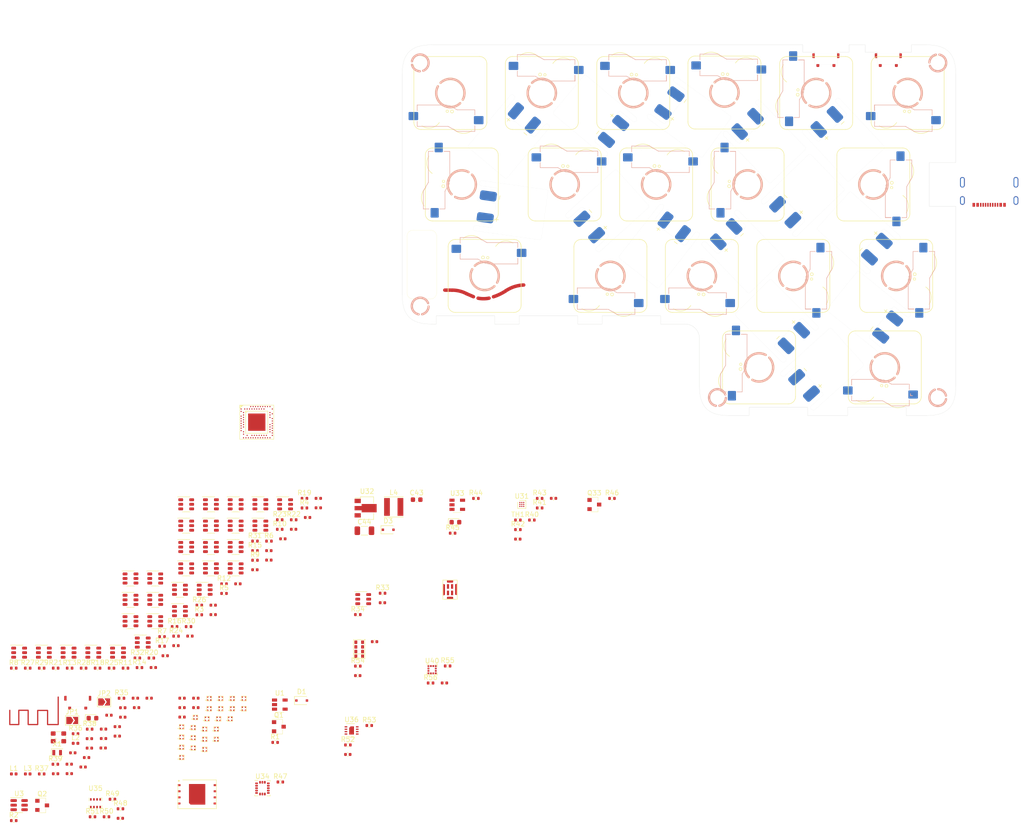
<source format=kicad_pcb>
(kicad_pcb (version 20211014) (generator pcbnew)
  (layers (0 "F.Cu" signal) (1 "In1.Cu" signal) (2 "In2.Cu" signal) (31 "B.Cu" signal) (34 "B.Paste" user) (35 "F.Paste" user) (36 "B.SilkS" user "B.Silkscreen") (37 "F.SilkS" user "F.Silkscreen") (38 "B.Mask" user) (39 "F.Mask" user) (44 "Edge.Cuts" user))
  (net 0 "")
  (net 1 "B1-")
  (net 2 "B+")
  (net 3 "B2-")
  (net 4 "B3-")
  (net 5 "B4-")
  (net 6 "B6-")
  (net 7 "B7-")
  (net 8 "B8-")
  (net 9 "B10-")
  (net 10 "B11-")
  (net 11 "B12-")
  (net 12 "GND")
  (net 13 "/MCU/RESET PIN")
  (net 16 "Net-(AE1-Pad1)")
  (net 17 "/MCU/P0.29")
  (net 18 "/MCU/P0.02")
  (net 19 "/MCU/P1.15")
  (net 20 "/MCU/P1.13")
  (net 21 "/MCU/P0.25")
  (net 22 "/MCU/P0.13")
  (net 23 "/MCU/P0.15")
  (net 24 "/MCU/P0.24")
  (net 25 "/MCU/P0.30")
  (net 26 "/MCU/P0.28")
  (net 27 "/MCU/P0.03")
  (net 28 "/MCU/P1.14")
  (net 29 "/MCU/P0.10")
  (net 30 "/MCU/P0.06")
  (net 31 "/MCU/P0.09")
  (net 32 "/MCU/P1.06")
  (net 33 "/MCU/P1.04")
  (net 34 "/MCU/P1.03")
  (net 35 "B5-")
  (net 36 "B9-")
  (net 37 "Net-(C1-Pad1)")
  (net 38 "Net-(C2-Pad1)")
  (net 39 "Net-(C3-Pad1)")
  (net 40 "Net-(C4-Pad1)")
  (net 41 "Net-(C5-Pad1)")
  (net 42 "Net-(C6-Pad1)")
  (net 43 "Net-(C7-Pad1)")
  (net 44 "Net-(C8-Pad1)")
  (net 45 "Net-(C9-Pad1)")
  (net 46 "Net-(C10-Pad1)")
  (net 47 "Net-(C11-Pad1)")
  (net 48 "Net-(C12-Pad1)")
  (net 49 "/LEDLane/Led_Vin")
  (net 50 "VBUS")
  (net 51 "B14-")
  (net 52 "B13-")
  (net 53 "SCL")
  (net 54 "B15-")
  (net 55 "Net-(C13-Pad1)")
  (net 56 "Net-(C14-Pad1)")
  (net 57 "Net-(C15-Pad1)")
  (net 58 "Net-(C22-Pad1)")
  (net 59 "Net-(C23-Pad1)")
  (net 60 "Net-(C34-Pad2)")
  (net 61 "Net-(C26-Pad2)")
  (net 62 "Net-(C36-Pad2)")
  (net 63 "Net-(C27-Pad2)")
  (net 64 "/Filter&Reg/VBAT")
  (net 65 "Net-(C29-Pad1)")
  (net 66 "Net-(D1-Pad1)")
  (net 67 "Net-(D2-Pad1)")
  (net 68 "Net-(D2-Pad2)")
  (net 69 "Net-(D3-Pad2)")
  (net 70 "Net-(D4-Pad1)")
  (net 71 "CC1")
  (net 72 "Net-(J1-PadA6)")
  (net 73 "Net-(J1-PadA7)")
  (net 74 "CC2")
  (net 76 "Net-(JP1-Pad1)")
  (net 77 "Net-(JP1-Pad2)")
  (net 78 "Net-(JP2-Pad1)")
  (net 79 "Net-(L1-Pad2)")
  (net 80 "Net-(L2-Pad2)")
  (net 81 "Net-(Q2-Pad1)")
  (net 83 "GND1")
  (net 84 "Net-(Q11-Pad3)")
  (net 86 "Net-(Q11-Pad1)")
  (net 88 "Net-(Q12-Pad3)")
  (net 90 "Net-(Q12-Pad1)")
  (net 92 "Net-(Q13-Pad3)")
  (net 94 "Net-(Q13-Pad1)")
  (net 96 "Net-(Q14-Pad3)")
  (net 98 "Net-(Q14-Pad1)")
  (net 100 "Net-(Q15-Pad3)")
  (net 102 "Net-(Q15-Pad1)")
  (net 104 "Net-(Q16-Pad3)")
  (net 106 "Net-(Q16-Pad1)")
  (net 108 "Net-(Q17-Pad3)")
  (net 110 "Net-(Q17-Pad1)")
  (net 112 "Net-(Q10-Pad4)")
  (net 114 "Net-(Q10-Pad6)")
  (net 115 "Net-(Q11-Pad2)")
  (net 117 "Net-(Q12-Pad2)")
  (net 119 "Net-(Q13-Pad2)")
  (net 121 "Net-(Q14-Pad2)")
  (net 123 "Net-(Q15-Pad2)")
  (net 125 "Net-(Q16-Pad2)")
  (net 127 "Net-(Q17-Pad2)")
  (net 129 "Net-(Q18-Pad2)")
  (net 132 "Net-(Q19-Pad4)")
  (net 134 "Net-(Q19-Pad6)")
  (net 136 "Net-(Q20-Pad4)")
  (net 138 "Net-(Q20-Pad6)")
  (net 140 "Net-(Q21-Pad4)")
  (net 142 "Net-(Q21-Pad6)")
  (net 144 "Net-(Q22-Pad4)")
  (net 146 "Net-(Q22-Pad6)")
  (net 147 "Net-(Q23-Pad2)")
  (net 149 "Net-(Q24-Pad2)")
  (net 151 "Net-(Q25-Pad2)")
  (net 153 "Net-(Q26-Pad2)")
  (net 155 "/ExtVcc/GND_EN")
  (net 156 "/LEDLane/Led_Ground")
  (net 157 "/MCU/BatOffPin")
  (net 158 "SDA")
  (net 159 "/FuelGauge/BatteryPin")
  (net 160 "Net-(C35-Pad2)")
  (net 161 "Net-(C37-Pad2)")
  (net 162 "Net-(C38-Pad1)")
  (net 163 "Net-(C39-Pad2)")
  (net 164 "/Gyro/Gyro_Interupt")
  (net 165 "/BAROMETRIC/CSB")
  (net 166 "/BAROMETRIC/SDO")
  (net 167 "/LIGHT/APDS_IRQ")
  (net 170 "Net-(U2-Pad3)")
  (net 172 "Net-(U4-Pad4)")
  (net 173 "Net-(U5-Pad4)")
  (net 174 "Net-(U6-Pad4)")
  (net 175 "Net-(U7-Pad4)")
  (net 176 "Net-(U8-Pad4)")
  (net 177 "Net-(U10-Pad1)")
  (net 178 "Net-(U10-Pad4)")
  (net 179 "Net-(U11-Pad4)")
  (net 180 "Net-(U12-Pad4)")
  (net 181 "Net-(U13-Pad4)")
  (net 182 "Net-(U14-Pad4)")
  (net 183 "Net-(U15-Pad4)")
  (net 184 "Net-(U16-Pad4)")
  (net 185 "Net-(U17-Pad4)")
  (net 186 "Net-(U18-Pad4)")
  (net 187 "Net-(U19-Pad4)")
  (net 188 "Net-(U20-Pad4)")
  (net 189 "Net-(U21-Pad4)")
  (net 190 "Net-(U22-Pad4)")
  (net 191 "Net-(U23-Pad4)")
  (net 192 "Net-(U24-Pad4)")
  (net 193 "Net-(U25-Pad4)")
  (net 194 "Net-(U26-Pad4)")
  (net 195 "/LEDLane/DIN")
  (net 196 "/MCU/D+")
  (net 197 "/MCU/D-")
  (net 199 "/MCU/P0.31")
  (net 201 "/MCU/SWC")
  (net 202 "DCCH")
  (net 203 "/MCU/P0.14")
  (net 204 "/MCU/P0.16")
  (net 205 "/FLASH/QSPI_SCK")
  (net 206 "/FLASH/QSPI_DATA3")
  (net 207 "/FLASH/QSPI_DATA2")
  (net 208 "/MCU/SWD")
  (net 209 "/FLASH/QSPI_DATA0")
  (net 210 "/FLASH/QSPI_CS")
  (net 211 "/FLASH/QSPI_DATA1")
  (net 212 "/MCU/P1.12")
  (net 213 "/MCU/PDM_DAT")
  (net 214 "/MCU/PDM_CLK")
  (net 215 "PROG")
  (net 216 "/MCU/P0.07")
  (net 217 "/MCU/P0.08")
  (net 218 "/MCU/P1.07")
  (net 219 "/MCU/P0.05")
  (net 223 "Net-(U37-Pad3)")
  (net 227 "Net-(C41-Pad2)")
  (net 228 "Net-(C49-Pad1)")
  (net 230 "Net-(Q27-Pad4)")
  (net 232 "Net-(Q27-Pad6)")
  (net 234 "Net-(Q28-Pad4)")
  (net 236 "Net-(Q28-Pad6)")
  (net 238 "Net-(Q29-Pad4)")
  (net 240 "Net-(Q29-Pad6)")
  (net 241 "Net-(Q30-Pad2)")
  (net 243 "Net-(Q31-Pad2)")
  (net 245 "Net-(Q32-Pad2)")
  (net 247 "Net-(R43-Pad1)")
  (net 248 "Net-(R43-Pad2)")
  (net 249 "Net-(R44-Pad2)")
  (net 250 "Net-(R45-Pad1)")
  (footprint "Resistor_SMD:R_0402_1005Metric" (layer "F.Cu") (at 56.886199 179.275)
    (fp_text reference "R12")
    (fp_text value "100")
  )
  (footprint "Diode_SMD:D_SOD-323F" (layer "F.Cu") (at 73.056199 203.575)
    (fp_text reference "D1")
    (fp_text value "1N5819")
  )
  (footprint "Library:SOT-23-6-Small" (layer "F.Cu") (at 59.306199 171.605)
    (fp_text reference "Q14" hide)
    (fp_text value "DW01")
  )
  (footprint "Capacitor_SMD:C_0402_1005Metric" (layer "F.Cu") (at 88.236199 191.315)
    (fp_text reference "C48" hide)
    (fp_text value "0.1uF")
  )
  (footprint "Capacitor_SMD:C_0402_1005Metric" (layer "F.Cu") (at 28.846199 213.485)
    (fp_text reference "C34" hide)
    (fp_text value "820pF")
  )
  (footprint "Library:BatteryV2" (layer "F.Cu") (at 177.918309 88.578937 -136)
    (fp_text reference "B6" hide)
    (fp_text value "Battery")
    (fp_line (start 10.35 13.65) (end 10.35 0.2) (layer "Edge.Cuts") (width 0.01))
    (fp_line (start 9.95 -0.2) (end 0.2 -0.2) (layer "Edge.Cuts") (width 0.01))
    (fp_line (start 9.25 10.600002) (end 9.25 13.65) (layer "Edge.Cuts") (width 0.01))
    (fp_line (start 0.9 13.65) (end 0.900002 10.6) (layer "Edge.Cuts") (width 0.01))
    (fp_line (start -0.2 0.2) (end -0.2 13.65) (layer "Edge.Cuts") (width 0.01))
    (fp_line (start 8.85 10.200002) (end 1.300002 10.2) (layer "Edge.Cuts") (width 0.01))
    (fp_arc (start 0.9 13.65) (mid 0.35 14.2) (end -0.2 13.65) (layer "Edge.Cuts") (width 0.01))
    (fp_arc (start 0.900002 10.6) (mid 1.01716 10.317158) (end 1.300002 10.2) (layer "Edge.Cuts") (width 0.01))
    (fp_arc (start 8.85 10.200002) (mid 9.132842 10.31716) (end 9.25 10.600002) (layer "Edge.Cuts") (width 0.01))
    (fp_arc (start 9.95 -0.2) (mid 10.232843 -0.082843) (end 10.35 0.2) (layer "Edge.Cuts") (width 0.01))
    (fp_arc (start -0.2 0.2) (mid -0.082842 -0.082843) (end 0.2 -0.2) (layer "Edge.Cuts") (width 0.01))
    (fp_arc (start 10.35 13.65) (mid 9.8 14.2) (end 9.25 13.65) (layer "Edge.Cuts") (width 0.01))
  )
  (footprint "Library:GateronHotswap" (layer "F.Cu") (at 194.5125 134.188524)
    (fp_text reference "REF**" hide)
    (fp_text value "GateronHotswap")
  )
  (footprint "Library:Led-ARGB" (layer "F.Cu") (at 52.881199 209.52)
    (fp_text reference "U10" hide)
    (fp_text value "WS2812B_-_1010")
  )
  (footprint "Package_TO_SOT_SMD:SOT-23" (layer "F.Cu") (at 19.006199 225.415)
    (fp_text reference "Q2")
    (fp_text value "AO3407")
  )
  (footprint "Library:GateronHotswap" (layer "F.Cu") (at 104.025 77.038524)
    (fp_text reference "REF**" hide)
    (fp_text value "GateronHotswap")
  )
  (footprint "Library:SOT-23-6-Small" (layer "F.Cu") (at 29.656199 193.605)
    (fp_text reference "Q30" hide)
    (fp_text value "DW01")
  )
  (footprint "Resistor_SMD:R_0402_1005Metric" (layer "F.Cu") (at 51.736199 183.725)
    (fp_text reference "R26")
    (fp_text value "100")
  )
  (footprint "Resistor_SMD:R_0402_1005Metric" (layer "F.Cu") (at 82.686199 212.825)
    (fp_text reference "R52")
    (fp_text value "10K")
  )
  (footprint "" (layer "F.Cu") (at 97.75 70.763524)
    (fp_text reference "")
    (fp_text value "")
  )
  (footprint "Library:SOT-23-6-Small" (layer "F.Cu") (at 42.556199 178.155)
    (fp_text reference "Q15" hide)
    (fp_text value "DW01")
  )
  (footprint "Resistor_SMD:R_0402_1005Metric" (layer "F.Cu") (at 103.456199 196.375)
    (fp_text reference "R55")
    (fp_text value "10K")
  )
  (footprint "Capacitor_SMD:C_0402_1005Metric" (layer "F.Cu") (at 125.516199 161.465)
    (fp_text reference "C42" hide)
    (fp_text value "0.1uF")
  )
  (footprint "Resistor_SMD:R_0402_1005Metric" (layer "F.Cu") (at 38.836199 194.725)
    (fp_text reference "R32")
    (fp_text value "100")
  )
  (footprint "Capacitor_SMD:C_0402_1005Metric" (layer "F.Cu") (at 44.636199 194.245)
    (fp_text reference "C12" hide)
    (fp_text value "100nF")
  )
  (footprint "Resistor_SMD:R_0402_1005Metric" (layer "F.Cu") (at 18.906199 196.825)
    (fp_text reference "R29")
    (fp_text value "1K")
  )
  (footprint "Capacitor_SMD:C_0402_1005Metric" (layer "F.Cu") (at 54.626199 183.715)
    (fp_text reference "C14" hide)
    (fp_text value "100nF")
  )
  (footprint "" (layer "F.Cu") (at 205.54995 70.763514 -90)
    (fp_text reference "")
    (fp_text value "")
  )
  (footprint "Library:Led-ARGB" (layer "F.Cu") (at 52.881199 211.64)
    (fp_text reference "U7" hide)
    (fp_text value "WS2812B_-_1010")
  )
  (footprint "Library:USB-C_C168688" (layer "F.Cu") (at 216.25485 99.92875)
    (fp_text reference "J1" hide)
    (fp_text value "USB-C USB 2.0 MC-372")
  )
  (footprint "Inductor_SMD:L_0402_1005Metric" (layer "F.Cu") (at 15.996199 218.865)
    (fp_text reference "L3")
    (fp_text value "3.9nH")
  )
  (footprint "Library:BatteryV2" (layer "F.Cu") (at 194.340207 88.380839 -137)
    (fp_text reference "B1" hide)
    (fp_text value "Battery")
    (fp_line (start 8.85 10.200002) (end 1.300002 10.2) (layer "Edge.Cuts") (width 0.01))
    (fp_line (start 10.35 13.65) (end 10.35 0.2) (layer "Edge.Cuts") (width 0.01))
    (fp_line (start 0.9 13.65) (end 0.900002 10.6) (layer "Edge.Cuts") (width 0.01))
    (fp_line (start -0.2 0.2) (end -0.2 13.65) (layer "Edge.Cuts") (width 0.01))
    (fp_line (start 9.25 10.600002) (end 9.25 13.65) (layer "Edge.Cuts") (width 0.01))
    (fp_line (start 9.95 -0.2) (end 0.2 -0.2) (layer "Edge.Cuts") (width 0.01))
    (fp_arc (start 8.85 10.200002) (mid 9.132842 10.31716) (end 9.25 10.600002) (layer "Edge.Cuts") (width 0.01))
    (fp_arc (start 0.900002 10.6) (mid 1.01716 10.317158) (end 1.300002 10.2) (layer "Edge.Cuts") (width 0.01))
    (fp_arc (start 9.95 -0.2) (mid 10.232843 -0.082843) (end 10.35 0.2) (layer "Edge.Cuts") (width 0.01))
    (fp_arc (start 0.9 13.65) (mid 0.35 14.2) (end -0.2 13.65) (layer "Edge.Cuts") (width 0.01))
    (fp_arc (start 10.35 13.65) (mid 9.8 14.2) (end 9.25 13.65) (layer "Edge.Cuts") (width 0.01))
    (fp_arc (start -0.2 0.2) (mid -0.082842 -0.082842) (end 0.2 -0.2) (layer "Edge.Cuts") (width 0.01))
  )
  (footprint "Library:Led-ARGB" (layer "F.Cu") (at 56.211199 205.28)
    (fp_text reference "U12" hide)
    (fp_text value "WS2812B_-_1010")
  )
  (footprint "Library:SOT-23-6-Small" (layer "F.Cu") (at 49.006199 167.155)
    (fp_text reference "Q6" hide)
    (fp_text value "8205A")
  )
  (footprint "Library:SOT-23-6-Small" (layer "F.Cu") (at 37.406199 182.605)
    (fp_text reference "Q13" hide)
    (fp_text value "DW01")
  )
  (footprint "Library:Led-ARGB" (layer "F.Cu") (at 48.061199 213.31)
    (fp_text reference "U16" hide)
    (fp_text value "WS2812B_-_1010")
  )
  (footprint "Sensor_Humidity:Sensirion_DFN-8-1EP_2.5x2.5mm_P0.5mm_EP1.1x1.7mm" (layer "F.Cu") (at 83.456199 209.805)
    (fp_text reference "U36")
    (fp_text value "SHT30-DIS")
  )
  (footprint "Library:SOT-23-6-Small" (layer "F.Cu") (at 37.406199 178.155)
    (fp_text reference "Q20" hide)
    (fp_text value "8205A")
  )
  (footprint "Library:Led-ARGB" (layer "F.Cu") (at 58.161199 207.4)
    (fp_text reference "U5" hide)
    (fp_text value "WS2812B_-_1010")
  )
  (footprint "Resistor_SMD:R_0402_1005Metric" (layer "F.Cu") (at 104.496199 168.715)
    (fp_text reference "R45")
    (fp_text value "12K")
  )
  (footprint "Crystal:Crystal_SMD_2012-2Pin_2.0x1.2mm" (layer "F.Cu") (at 22.126199 214.425)
    (fp_text reference "X1")
    (fp_text value "32.768 kHz")
  )
  (footprint "Capacitor_SMD:C_0402_1005Metric" (layer "F.Cu") (at 21.796199 218.825)
    (fp_text reference "C22" hide)
    (fp_text value "12pF")
  )
  (footprint "Library:SOT-23-6-Small" (layer "F.Cu") (at 24.506199 193.605)
    (fp_text reference "Q24" hide)
    (fp_text value "DW01")
  )
  (footprint "Library:SOT-23-6-Small" (layer "F.Cu") (at 49.006199 162.705)
    (fp_text reference "Q4" hide)
    (fp_text value "8205A")
  )
  (footprint "Capacitor_SMD:C_0402_1005Metric" (layer "F.Cu") (at 24.666199 218.805)
    (fp_text reference "C37" hide)
    (fp_text value "12pF")
  )
  (footprint "Resistor_SMD:R_0402_1005Metric" (layer "F.Cu") (at 118.096199 165.985)
    (fp_text reference "TH1")
    (fp_text value "Thermistor_NTC")
  )
  (footprint "Library:crystal 32mhz" (layer "F.Cu") (at 22.401199 211.25)
    (fp_text reference "X2" hide)
    (fp_text value "32MHZ")
  )
  (footprint "Library:GateronHotswap" (layer "F.Cu") (at 146.8875 96.088524 180)
    (fp_text reference "REF**" hide)
    (fp_text value "GateronHotswap")
  )
  (footprint "Resistor_SMD:R_0402_1005Metric" (layer "F.Cu") (at 89.906199 181.225)
    (fp_text reference "R33")
    (fp_text value "5.1K")
  )
  (footprint "LED_SMD:LED_0603_1608Metric" (layer "F.Cu") (at 29.486199 207.245)
    (fp_text reference "D2" hide)
    (fp_text value "BLUE")
  )
  (footprint "Library:GateronHotswap" (layer "F.Cu") (at 142.125 77.038524 180)
    (fp_text reference "REF**" hide)
    (fp_text value "GateronHotswap")
  )
  (footprint "Library:AQFN-73-1EP_7x7mm_P0.5mm_NRF52840-custom" (layer "F.Cu") (at 63.7 145.6)
    (fp_text reference "U30" hide)
    (fp_text value "nRF52840_aQFN73")
  )
  (footprint "Resistor_SMD:R_0402_1005Metric" (layer "F.Cu") (at 21.816199 196.825)
    (fp_text reference "R21")
    (fp_text value "1K")
  )
  (footprint "Library:SOT-23-6-Small" (layer "F.Cu") (at 49.006199 171.605)
    (fp_text reference "Q23" hide)
    (fp_text value "DW01")
  )
  (footprint "Capacitor_SMD:C_0402_1005Metric" (layer "F.Cu") (at 25.386199 214.465)
    (fp_text reference "C24" hide)
    (fp_text value "4.7uF")
  )
  (footprint "Capacitor_SMD:C_0402_1005Metric" (layer "F.Cu") (at 69.136199 169.895)
    (fp_text reference "C2" hide)
    (fp_text value "100nF")
  )
  (footprint "Resistor_SMD:R_0402_1005Metric" (layer "F.Cu") (at 18.906199 218.865)
    (fp_text reference "R37")
    (fp_text value "4.7K")
  )
  (footprint "Capacitor_SMD:C_0402_1005Metric" (layer "F.Cu") (at 59.776199 179.265)
    (fp_text reference "C5" hide)
    (fp_text value "100nF")
  )
  (footprint "Resistor_SMD:R_0402_1005Metric" (layer "F.Cu") (at 46.586199 188.175)
    (fp_text reference "R16")
    (fp_text value "100")
  )
  (footprint "Library:SOT-23-6-Small" (layer "F.Cu") (at 37.406199 187.055)
    (fp_text reference "Q22" hide)
    (fp_text value "8205A")
  )
  (footprint "Capacitor_SMD:C_0402_1005Metric" (layer "F.Cu") (at 66.226199 174.325)
    (fp_text reference "C3" hide)
    (fp_text value "100nF")
  )
  (footprint "Resistor_SMD:R_0402_1005Metric" (layer "F.Cu") (at 68.486199 167.915)
    (fp_text reference "R10")
    (fp_text value "1K")
  )
  (footprint "Library:SOT-23-6-Small" (layer "F.Cu") (at 39.956199 191.505)
    (fp_text reference "Q16" hide)
    (fp_text value "DW01")
  )
  (footprint "Resistor_SMD:R_0402_1005Metric" (layer "F.Cu") (at 15.996199 196.825)
    (fp_text reference "R27")
    (fp_text value "1K")
  )
  (footprint "Library:Button" (layer "F.Cu") (at 182.245953 71.013525)
    (fp_text reference "U1" hide)
    (fp_text value "Button")
    (fp_line (start -2.32 0) (end -2.32 -2.25) (layer "Edge.Cuts") (width 0.01))
    (fp_line (start 2.32 0) (end -2.32 0) (layer "Edge.Cuts") (width 0.01))
    (fp_line (start 2.32 0) (end 2.32 -2.25) (layer "Edge.Cuts") (width 0.01))
  )
  (footprint "Library:Led-ARGB" (layer "F.Cu") (at 48.061199 209.07)
    (fp_text reference "U20" hide)
    (fp_text value "WS2812B_-_1010")
  )
  (footprint "Library:GateronHotswap" (layer "F.Cu") (at 199.275 77.038524)
    (fp_text reference "REF**" hide)
    (fp_text value "GateronHotswap")
  )
  (footprint "Library:Led-ARGB" (layer "F.Cu") (at 55.751199 207.4)
    (fp_text reference "U21" hide)
    (fp_text value "WS2812B_-_1010")
  )
  (footprint "Capacitor_SMD:C_0402_1005Metric" (layer "F.Cu") (at 51.016199 205.055)
    (fp_text reference "C18" hide)
    (fp_text value "100nF")
  )
  (footprint "Resistor_SMD:R_0402_1005Metric" (layer "F.Cu") (at 87.136199 208.775)
    (fp_text reference "R53")
    (fp_text value "10K")
  )
  (footprint "Package_TO_SOT_SMD:SOT-23" (layer "F.Cu") (at 134.016199 162.755)
    (fp_text reference "Q33")
    (fp_text value "AO3400A")
  )
  (footprint "Capacitor_SMD:C_0402_1005Metric" (layer "F.Cu") (at 31.716199 213.465)
    (fp_text reference "C35" hide)
    (fp_text value "1pF")
  )
  (footprint "Resistor_SMD:R_0402_1005Metric" (layer "F.Cu") (at 121.006199 165.985)
    (fp_text reference "R40")
    (fp_text value "820K")
  )
  (footprint "Capacitor_SMD:C_0402_1005Metric" (layer "F.Cu") (at 38.666199 205.055)
    (fp_text reference "C32" hide)
    (fp_text value "100nF")
  )
  (footprint "Library:SOT-23-6-Small" (layer "F.Cu") (at 59.306199 162.705)
    (fp_text reference "Q21" hide)
    (fp_text value "8205A")
  )
  (footprint "Library:BatteryV2" (layer "F.Cu") (at 180.55 105.3 48)
    (fp_text reference "B7" hide)
    (fp_text value "Battery")
    (fp_line (start -0.2 0.2) (end -0.2 13.65) (layer "Edge.Cuts") (width 0.01))
    (fp_line (start 9.95 -0.2) (end 0.2 -0.2) (layer "Edge.Cuts") (width 0.01))
    (fp_line (start 0.9 13.65) (end 0.900002 10.6) (layer "Edge.Cuts") (width 0.01))
    (fp_line (start 8.85 10.200002) (end 1.300002 10.2) (layer "Edge.Cuts") (width 0.01))
    (fp_line (start 10.35 13.65) (end 10.35 0.2) (layer "Edge.Cuts") (width 0.01))
    (fp_line (start 9.25 10.600002) (end 9.25 13.65) (layer "Edge.Cuts") (width 0.01))
    (fp_arc (start 0.900002 10.6) (mid 1.01716 10.317158) (end 1.300002 10.2) (layer "Edge.Cuts") (width 0.01))
    (fp_arc (start 8.85 10.200002) (mid 9.132842 10.31716) (end 9.25 10.600002) (layer "Edge.Cuts") (width 0.01))
    (fp_arc (start 9.95 -0.2) (mid 10.232843 -0.082843) (end 10.35 0.2) (layer "Edge.Cuts") (width 0.01))
    (fp_arc (start 0.9 13.65) (mid 0.35 14.2) (end -0.2 13.65) (layer "Edge.Cuts") (width 0.01))
    (fp_arc (start -0.2 0.2) (mid -0.082842 -0.082842) (end 0.2 -0.2) (layer "Edge.Cuts") (width 0.01))
    (fp_arc (start 10.35 13.65) (mid 9.8 14.2) (end 9.25 13.65) (layer "Edge.Cuts") (width 0.01))
  )
  (footprint "Resistor_SMD:R_0402_1005Metric" (layer "F.Cu") (at 33.456199 196.825)
    (fp_text reference "R25")
    (fp_text value "100")
  )
  (footprint "Capacitor_SMD:C_0402_1005Metric" (layer "F.Cu") (at 49.786199 190.155)
    (fp_text reference "C13" hide)
    (fp_text value "100nF")
  )
  (footprint "Capacitor_SMD:C_0402_1005Metric" (layer "F.Cu") (at 71.376199 167.905)
    (fp_text reference "C10" hide)
    (fp_text value "100nF")
  )
  (footprint "Library:Led-ARGB" (layer "F.Cu") (at 53.801199 203.16)
    (fp_text reference "U23" hide)
    (fp_text value "WS2812B_-_1010")
  )
  (footprint "Library:GateronHotswap" (layer "F.Cu") (at 168.31875 134.188524 -90)
    (fp_text reference "REF**" hide)
    (fp_text value "GateronHotswap")
  )
  (footprint "Library:APDS-9960" (layer "F.Cu") (at 85.041199 192.885902)
    (fp_text reference "U37" hide)
    (fp_text value "APDS-9960")
  )
  (footprint "Package_TO_SOT_SMD:SOT-23" (layer "F.Cu") (at 68.306199 209.025)
    (fp_text reference "Q1")
    (fp_text value "AO3407")
  )
  (footprint "Library:BatteryV2" (layer "F.Cu") (at 183.215532 126.135524 -48)
    (fp_text reference "B11" hide)
    (fp_text value "Battery")
    (fp_line (start 8.85 10.200002) (end 1.300002 10.2) (layer "Edge.Cuts") (width 0.01))
    (fp_line (start 9.95 -0.2) (end 0.2 -0.2) (layer "Edge.Cuts") (width 0.01))
    (fp_line (start 9.25 10.600002) (end 9.25 13.65) (layer "Edge.Cuts") (width 0.01))
    (fp_line (start 10.35 13.65) (end 10.35 0.2) (layer "Edge.Cuts") (width 0.01))
    (fp_line (start -0.2 0.2) (end -0.2 13.65) (layer "Edge.Cuts") (width 0.01))
    (fp_line (start 0.9 13.65) (end 0.900002 10.6) (layer "Edge.Cuts") (width 0.01))
    (fp_arc (start -0.2 0.2) (mid -0.082842 -0.082842) (end 0.2 -0.2) (layer "Edge.Cuts") (width 0.01))
    (fp_arc (start 9.95 -0.2) (mid 10.232843 -0.082843) (end 10.35 0.2) (layer "Edge.Cuts") (width 0.01))
    (fp_arc (start 0.9 13.65) (mid 0.35 14.2) (end -0.2 13.65) (layer "Edge.Cuts") (width 0.01))
    (fp_arc (start 10.35 13.65) (mid 9.8 14.2) (end 9.25 13.65) (layer "Edge.Cuts") (width 0.01))
    (fp_arc (start 8.85 10.200002) (mid 9.132842 10.31716) (end 9.25 10.600002) (layer "Edge.Cuts") (width 0.01))
    (fp_arc (start 0.900002 10.6) (mid 1.01716 10.317158) (end 1.300002 10.2) (layer "Edge.Cuts") (width 0.01))
  )
  (footprint "Capacitor_SMD:C_0402_1005Metric" (layer "F.Cu") (at 76.526199 161.465)
    (fp_text reference "C7" hide)
    (fp_text value "100nF")
  )
  (footprint "Resistor_SMD:R_0402_1005Metric" (layer "F.Cu") (at 13.086199 228.585)
    (fp_text reference "R2")
    (fp_text value "5.1K")
  )
  (footprint "Resistor_SMD:R_0402_1005Metric" (layer "F.Cu") (at 99.906199 199.925)
    (fp_text reference "R56")
    (fp_text value "10K")
  )
  (footprint "Library:Led-ARGB" (layer "F.Cu") (at 50.471199 211.34)
    (fp_text reference "U6" hide)
    (fp_text value "WS2812B_-_1010")
  )
  (footprint "Capacitor_SMD:C_0402_1005Metric" (layer "F.Cu") (at 74.286199 165.445)
    (fp_text reference "C11" hide)
    (fp_text value "100nF")
  )
  (footprint "Resistor_SMD:R_0402_1005Metric" (layer "F.Cu") (at 29.496199 227.785)
    (fp_text reference "R51")
    (fp_text value "10K")
  )
  (footprint "Library:2.4GHz-meander-antenna-v2" (layer "F.Cu") (at 22.35 202.85)
    (fp_text reference "AE1" hide)
    (fp_text value "Antenna" hide)
  )
  (footprint "Library:SOT-23-6-Small" (layer "F.Cu") (at 19.356199 193.605)
    (fp_text reference "Q29" hide)
    (fp_text value "8205A")
  )
  (footprint "Resistor_SMD:R_0402_1005Metric" (layer "F.Cu") (at 41.746199 194.725)
    (fp_text reference "R20")
    (fp_text value "1K")
  )
  (footprint "Library:BatteryV2" (layer "F.Cu") (at 124.193029 97.388894 -98)
    (fp_text reference "B13" hide)
    (fp_text value "Battery")
    (fp_line (start 9.25 10.600002) (end 9.25 13.65) (layer "Edge.Cuts") (width 0.01))
    (fp_line (start 0.9 13.65) (end 0.900002 10.6) (layer "Edge.Cuts") (width 0.01))
    (fp_line (start 10.35 13.65) (end 10.35 0.2) (layer "Edge.Cuts") (width 0.01))
    (fp_line (start 8.85 10.200002) (end 1.300002 10.2) (layer "Edge.Cuts") (width 0.01))
    (fp_line (start 9.95 -0.2) (end 0.2 -0.2) (layer "Edge.Cuts") (width 0.01))
    (fp_line (start -0.2 0.2) (end -0.2 13.65) (layer "Edge.Cuts") (width 0.01))
    (fp_arc (start -0.2 0.2) (mid -0.082842 -0.082842) (end 0.2 -0.2) (layer "Edge.Cuts") (width 0.01))
    (fp_arc (start 0.900002 10.6) (mid 1.01716 10.317158) (end 1.300002 10.2) (layer "Edge.Cuts") (width 0.01))
    (fp_arc (start 10.35 13.65) (mid 9.799999 14.2) (end 9.25 13.65) (layer "Edge.Cuts") (width 0.01))
    (fp_arc (start 8.85 10.200002) (mid 9.132842 10.31716) (end 9.25 10.600002) (layer "Edge.Cuts") (width 0.01))
    (fp_arc (start 9.95 -0.2) (mid 10.232842 -0.082842) (end 10.35 0.2) (layer "Edge.Cuts") (width 0.01))
    (fp_arc (start 0.9 13.65) (mid 0.35 14.2) (end -0.2 13.65) (layer "Edge.Cuts") (width 0.01))
  )
  (footprint "Jumper:SolderJumper-2_P1.3mm_Open_TrianglePad1.0x1.5mm" (layer "F.Cu") (at 25.266199 207.725)
    (fp_text reference "JP1")
    (fp_text value "SolderJumper_2_Open")
  )
  (footprint "Capacitor_SMD:C_0402_1005Metric" (layer "F.Cu") (at 48.146199 205.055)
    (fp_text reference "C20" hide)
    (fp_text value "100nF")
  )
  (footprint "Resistor_SMD:R_0402_1005Metric" (layer "F.Cu") (at 63.336199 174.355)
    (fp_text reference "R9")
    (fp_text value "1K")
  )
  (footprint "Library:SPK0415HM4H" (layer "F.Cu") (at 103.961199 180.49)
    (fp_text reference "U38" hide)
    (fp_text value "PDM_Mic")
  )
  (footprint "Library:GateronHotswap" (layer "F.Cu") (at 196.893751 115.138524 90)
    (fp_text reference "REF**" hide)
    (fp_text value "GateronHotswap")
  )
  (footprint "Library:Led-ARGB" (layer "F.Cu") (at 53.341199 207.4)
    (fp_text reference "U17" hide)
    (fp_text value "WS2812B_-_1010")
  )
  (footprint "Library:Led-ARGB" (layer "F.Cu") (at 50.931199 207.1)
    (fp_text reference "U27" hide)
    (fp_text value "WS2812B_-_1010")
  )
  (footprint "Package_LGA:LGA-16_3x3mm_P0.5mm_LayoutBorder3x5y" (layer "F.Cu") (at 64.886199 221.825)
    (fp_text reference "U34")
    (fp_text value "LSM6DS33")
  )
  (footprint "Resistor_SMD:R_0402_1005Metric" (layer "F.Cu") (at 73.636199 163.465)
    (fp_text reference "R4")
    (fp_text value "1K")
  )
  (footprint "Library:GateronHotswap" (layer "F.Cu") (at 137.3625 115.138524)
    (fp_text reference "REF**" hide)
    (fp_text value "GateronHotswap")
  )
  (footprint "Jumper:SolderJumper-2_P1.3mm_Open_TrianglePad1.0x1.5mm" (layer "F.Cu") (at 31.906199 203.875)
    (fp_text reference "JP2")
    (fp_text value "SolderJumper_2_Open")
  )
  (footprint "Resistor_SMD:R_0402_1005Metric" (layer "F.Cu") (at 84.756199 196.405)
    (fp_text reference "R54")
    (fp_text value "10K")
  )
  (footprint "Library:SOT-23-6-Small" (layer "F.Cu") (at 54.156199 162.705)
    (fp_text reference "Q11" hide)
    (fp_text value "DW01")
  )
  (footprint "Library:SOT-23-6-Small" (layer "F.Cu") (at 34.806199 193.605)
    (fp_text reference "Q26" hide)
    (fp_text value "DW01")
  )
  (footprint "Package_LGA:LGA-12_2x2mm_P0.5mm" (layer "F.Cu") (at 100.226199 197.155)
    (fp_text reference "U40")
    (fp_text value "LIS3MDL")
  )
  (footprint "Library:ConicCorner" (layer "F.Cu") (at 207.299949 67.013524)
    (fp_text reference "REF**" hide)
    (fp_text value "ConicCorner" hide)
    (fp_line (start 0.685007 1.565378) (end 0.56 1.44) (layer "Edge.Cuts") (width 0.03))
    (fp_line (start -3.109557 0.029585) (end -3.326097 0.014735) (layer "Edge.Cuts") (width 0.03))
    (fp_line (start -2.476649 0.094994) (end -2.684833 0.069714) (layer "Edge.Cuts") (width 0.03))
    (fp_line (start 0.685007 1.565378) (end 0.803113 1.697657) (layer "Edge.Cuts") (width 0.03))
    (fp_line (start 1.589742 3.127744) (end 1.650704 3.30803) (layer "Edge.Cuts") (width 0.03))
    (fp_line (start -0.608282 0.620207) (end -0.77787 0.545713) (layer "Edge.Cuts") (width 0.03))
    (fp_line (start 0.434993 1.314622) (end 0.302343 1.196887) (layer "Edge.Cuts") (width 0.03))
    (fp_line (start 0.434993 1.314622) (end 0.56 1.44) (layer "Edge.Cuts") (width 0.03))
    (fp_line (start -1.127744 0.410258) (end -1.30803 0.349296) (layer "Edge.Cuts") (width 0.03))
    (fp_line (start 1.905006 4.476649) (end 1.930286 4.684833) (layer "Edge.Cuts") (width 0.03))
    (fp_line (start 1.970415 5.109557) (end 1.985265 5.326097) (layer "Edge.Cuts") (width 0.03))
    (fp_line (start 1.38 2.61) (end 1.454287 2.77787) (layer "Edge.Cuts") (width 0.03))
    (fp_curve (pts (xy 1.113416 2.13435) (xy 1.209506 2.286225) (xy 1.298275 2.444307) (xy 1.379793 2.608282)) (layer "Edge.Cuts") (width 0.03))
    (fp_curve (pts (xy -4 0) (xy -3.771346 0) (xy -3.546712 0.004911) (xy -3.326097 0.014735)) (layer "Edge.Cuts") (width 0.03))
    (fp_curve (pts (xy -0.608282 0.620207) (xy -0.444307 0.701725) (xy -0.286225 0.790494) (xy -0.13435 0.886584)) (layer "Edge.Cuts") (width 0.03))
    (fp_curve (pts (xy 1.650704 3.30803) (xy 1.705157 3.493399) (xy 1.753391 3.683603) (xy 1.795683 3.87844)) (layer "Edge.Cuts") (width 0.03))
    (fp_curve (pts (xy 1.985265 5.326097) (xy 1.995089 5.546712) (xy 2 5.771346) (xy 2 6)) (layer "Edge.Cuts") (width 0.03))
    (fp_curve (pts (xy 1.795683 3.87844) (xy 1.837975 4.073277) (xy 1.874324 4.272747) (xy 1.905006 4.476649)) (layer "Edge.Cuts") (width 0.03))
    (fp_curve (pts (xy -0.13435 0.886584) (xy 0.017526 0.982674) (xy 0.163194 1.086085) (xy 0.302343 1.196887)) (layer "Edge.Cuts") (width 0.03))
    (fp_curve (pts (xy 0.803113 1.697657) (xy 0.913915 1.836806) (xy 1.017326 1.982474) (xy 1.113416 2.13435)) (layer "Edge.Cuts") (width 0.03))
    (fp_curve (pts (xy 1.454287 2.77787) (xy 1.522015 2.952807) (xy 1.522015 2.952807) (xy 1.589742 3.127744)) (layer "Edge.Cuts") (width 0.03))
    (fp_curve (pts (xy -1.127744 0.410258) (xy -0.952807 0.477985) (xy -0.952807 0.477985) (xy -0.77787 0.545713)) (layer "Edge.Cuts") (width 0.03))
    (fp_curve (pts (xy -2.476649 0.094994) (xy -2.272747 0.125676) (xy -2.073277 0.162025) (xy -1.87844 0.204317)) (layer "Edge.Cuts") (width 0.03))
    (fp_curve (pts (xy 1.930286 4.684833) (xy 1.95035 4.897195) (xy 1.95035 4.897195) (xy 1.970415 5.109557)) (layer "Edge.Cuts") (width 0.03))
    (fp_curve (pts (xy -3.109557 0.029585) (xy -2.897195 0.04965) (xy -2.897195 0.04965) (xy -2.684833 0.069714)) (layer "Edge.Cuts") (width 0.03))
    (fp_curve (pts (xy -1.87844 0.204317) (xy -1.683603 0.246609) (xy -1.493399 0.294843) (xy -1.30803 0.349296)) (layer "Edge.Cuts") (width 0.03))
  )
  (footprint "Resistor_SMD:R_0402_1005Metric" (layer "F.Cu") (at 21.756199 216.845)
    (fp_text reference "R39")
    (fp_text value "0R")
  )
  (footprint "Resistor_SMD:R_0402_1005Metric" (layer "F.Cu") (at 39.276199 196.715)
    (fp_text reference "R14")
    (fp_text value "100")
  )
  (footprint "Library:SOT-23-6-Small" (layer "F.Cu") (at 14.206199 193.605)
    (fp_text reference "Q9" hide)
    (fp_text value "8205A")
  )
  (footprint "Library:Led-ARGB" (layer "F.Cu") (at 61.031199 203.16)
    (fp_text reference "U13" hide)
    (fp_text value "WS2812B_-_1010")
  )
  (footprint "Library:Led-ARGB" (layer "F.Cu") (at 50.471199 213.46)
    (fp_text reference "U9" hide)
    (fp_text value "WS2812B_-_1010")
  )
  (footprint "Package_LGA:Bosch_LGA-8_2x2.5mm_P0.65mm_ClockwisePinNumbering" (layer "F.Cu") (at 30.116199 224.965)
    (fp_text reference "U35")
    (fp_text value "BMP280")
  )
  (footprint "Package_BGA:WLP-9_1.448x1.468mm_Layout3x3_P0.4mm_Ball0.27mm_Pad0.25mm" (layer "F.Cu") (at 118.906199 162.735)
    (fp_text reference "U31")
    (fp_text value "MAX17055")
  )
  (footprint "Library:Led-ARGB" (layer "F.Cu") (at 56.211199 203.16)
    (fp_text reference "U22" hide)
    (fp_text value "WS2812B_-_1010")
  )
  (footprint "Capacitor_SMD:C_0402_1005Metric" (layer "F.Cu") (at 66.226199 172.355)
    (fp_text reference "C4" hide)
    (fp_text value "100nF")
  )
  (footprint "Library:SOT-23-6-Small" (layer "F.Cu") (at 85.876199 182.455)
    (fp_text reference "U28" hide)
    (fp_text value "USBLC6-2SC6")
  )
  (footprint "Library:BatteryV2" (layer "F.Cu") (at 138.475256 93.139274 -48)
    (fp_text reference "B14" hide)
    (fp_text value "Battery")
    (fp_line (start 9.25 10.600002) (end 9.25 13.65) (layer "Edge.Cuts") (width 0.01))
    (fp_line (start 8.85 10.200002) (end 1.300002 10.2) (layer "Edge.Cuts") (width 0.01))
    (fp_line (start 0.9 13.65) (end 0.900002 10.6) (layer "Edge.Cuts") (width 0.01))
    (fp_line (start -0.2 0.2) (end -0.2 13.65) (layer "Edge.Cuts") (width 0.01))
    (fp_line (start 9.95 -0.2) (end 0.2 -0.2) (layer "Edge.Cuts") (width 0.01))
    (fp_line (start 10.35 13.65) (end 10.35 0.2) (layer "Edge.Cuts") (width 0.01))
    (fp_arc (start 10.35 13.65) (mid 9.8 14.2) (end 9.25 13.65) (layer "Edge.Cuts") (width 0.01))
    (fp_arc (start 0.9 13.65) (mid 0.35 14.2) (end -0.2 13.65) (layer "Edge.Cuts") (width 0.01))
    (fp_arc (start -0.2 0.2) (mid -0.082842 -0.082842) (end 0.2 -0.2) (layer "Edge.Cuts") (width 0.01))
    (fp_arc (start 8.85 10.200002) (mid 9.132842 10.31716) (end 9.25 10.600002) (layer "Edge.Cuts") (width 0.01))
    (fp_arc (start 0.900002 10.6) (mid 1.01716 10.317158) (end 1.300002 10.2) (layer "Edge.Cuts") (width 0.01))
    (fp_arc (start 9.95 -0.2) (mid 10.232842 -0.082842) (end 10.35 0.2) (layer "Edge.Cuts") (width 0.01))
  )
  (footprint "Resistor_SMD:R_0402_1005Metric" (layer "F.Cu") (at 46.896199 190.165)
    (fp_text reference "R24")
    (fp_text value "100")
  )
  (footprint "Resistor_SMD:R_0402_1005Metric" (layer "F.Cu") (at 137.696199 161.475)
    (fp_text reference "R46")
    (fp_text value "2M")
  )
  (footprint "Capacitor_SMD:C_0402_1005Metric" (layer "F.Cu") (at 48.146199 203.085)
    (fp_text reference "C17" hide)
    (fp_text value "100nF")
  )
  (footprint "Capacitor_SMD:C_0402_1005Metric" (layer "F.Cu") (at 35.796199 207.045)
    (fp_text reference "C28" hide)
    (fp_text value "1uF")
  )
  (footprint "" (layer "F.Cu") (at 205.549957 140.463525 180)
    (fp_text reference "")
    (fp_text value "")
  )
  (footprint "Resistor_SMD:R_0402_1005Metric" (layer "F.Cu") (at 25.956199 210.495)
    (fp_text reference "R36")
    (fp_text value "4.7K")
  )
  (footprint "Library:BatteryV2" (layer "F.Cu") (at 178.878938 89.881692 -46)
    (fp_text reference "B5" hide)
    (fp_text value "Battery")
    (fp_line (start 9.95 -0.2) (end 0.2 -0.2) (layer "Edge.Cuts") (width 0.01))
    (fp_line (start 9.25 10.600002) (end 9.25 13.65) (layer "Edge.Cuts") (width 0.01))
    (fp_line (start -0.2 0.2) (end -0.2 13.65) (layer "Edge.Cuts") (width 0.01))
    (fp_line (start 10.35 13.65) (end 10.35 0.2) (layer "Edge.Cuts") (width 0.01))
    (fp_line (start 0.9 13.65) (end 0.900002 10.6) (layer "Edge.Cuts") (width 0.01))
    (fp_line (start 8.85 10.200002) (end 1.300002 10.2) (layer "Edge.Cuts") (width 0.01))
    (fp_arc (start 9.95 -0.2) (mid 10.232842 -0.082842) (end 10.35 0.2) (layer "Edge.Cuts") (width 0.01))
    (fp_arc (start 0.9 13.65) (mid 0.35 14.2) (end -0.2 13.65) (layer "Edge.Cuts") (width 0.01))
    (fp_arc (start 0.900002 10.6) (mid 1.01716 10.317158) (end 1.300002 10.2) (layer "Edge.Cuts") (width 0.01))
    (fp_arc (start -0.2 0.2) (mid -0.082842 -0.082843) (end 0.2 -0.2) (layer "Edge.Cuts") (width 0.01))
    (fp_arc (start 8.85 10.200002) (mid 9.132842 10.31716) (end 9.25 10.600002) (layer "Edge.Cuts") (width 0.01))
    (fp_arc (start 10.35 13.65) (mid 9.8 14.2) (end 9.25 13.65) (layer "Edge.Cuts") (width 0.01))
  )
  (footprint "Library:SOT-23-6-Small" (layer "F.Cu") (at 42.556199 182.605)
    (fp_text reference "Q3" hide)
    (fp_text value "8205A")
  )
  (footprint "Resistor_SMD:R_0402_1005Metric" (layer "F.Cu") (at 28.896199 209.535)
    (fp_text reference "R38")
    (fp_text value "1K")
  )
  (footprint "Library:SOT-23-6-Small" (layer "F.Cu") (at 54.156199 167.155)
    (fp_text reference "Q7" hide)
    (fp_text value "8205A")
  )
  (footprint "Inductor_SMD:L_0402_1005Metric" (layer "F.Cu") (at 13.086199 218.865)
    (fp_text reference "L1")
    (fp_text value "15nH")
  )
  (footprint "Library:Led-ARGB" (layer "F.Cu") (at 55.291199 211.64)
    (fp_text reference "U24" hide)
    (fp_text value "WS2812B_-_1010")
  )
  (footprint "Library:SOT-23-6-Small" (layer "F.Cu") (at 54.156199 171.605)
    (fp_text reference "Q8" hide)
    (fp_text value "8205A")
  )
  (footprint "Library:SOT-23-6-Small" (layer "F.Cu") (at 54.156199 176.055)
    (fp_text reference "Q17" hide)
    (fp_text value "DW01")
  )
  (footprint "Library:BatteryV2" (layer "F.Cu") (at 115.620559 94.701714 140)
    (fp_text reference "B2" hide)
    (fp_text value "Battery")
    (fp_line (start -0.2 0.2) (end -0.2 13.65) (layer "Edge.Cuts") (width 0.01))
    (fp_line (start 9.25 10.600002) (end 9.25 13.65) (layer "Edge.Cuts") (width 0.01))
    (fp_line (start 8.85 10.200002) (end 1.300002 10.2) (layer "Edge.Cuts") (width 0.01))
    (fp_line (start 0.9 13.65) (end 0.900002 10.6) (layer "Edge.Cuts") (width 0.01))
    (fp_line (start 9.95 -0.2) (end 0.2 -0.2) (layer "Edge.Cuts") (width 0.01))
    (fp_line (start 10.35 13.65) (end 10.35 0.2) (layer "Edge.Cuts") (width 0.01))
    (fp_arc (start 10.35 13.65) (mid 9.8 14.2) (end 9.25 13.65) (layer "Edge.Cuts") (width 0.01))
    (fp_arc (start 0.9 13.65) (mid 0.35 14.2) (end -0.2 13.65) (layer "Edge.Cuts") (width 0.01))
    (fp_arc (start 8.85 10.200002) (mid 9.132843 10.31716) (end 9.25 10.600002) (layer "Edge.Cuts") (width 0.01))
    (fp_arc (start 9.95 -0.2) (mid 10.232843 -0.082843) (end 10.35 0.2) (layer "Edge.Cuts") (width 0.01))
    (fp_arc (start 0.900002 10.6) (mid 1.01716 10.317158) (end 1.300002 10.2) (layer "Edge.Cuts") (width 0.01))
    (fp_arc (start -0.2 0.2) (mid -0.082842 -0.082842) (end 0.2 -0.2) (layer "Edge.Cuts") (width 0.01))
  )
  (footprint "Library:BatteryV2" (layer "F.Cu") (at 147.269799 117.497415 142)
    (fp_text reference "B9" hide)
    (fp_text value "Battery")
    (fp_line (start -0.2 0.2) (end -0.2 13.65) (layer "Edge.Cuts") (width 0.01))
    (fp_line (start 9.95 -0.2) (end 0.2 -0.2) (layer "Edge.Cuts") (width 0.01))
    (fp_line (start 0.9 13.65) (end 0.900002 10.6) (layer "Edge.Cuts") (width 0.01))
    (fp_line (start 8.85 10.200002) (end 1.300002 10.2) (layer "Edge.Cuts") (width 0.01))
    (fp_line (start 10.35 13.65) (end 10.35 0.2) (layer "Edge.Cuts") (width 0.01))
    (fp_line (start 9.25 10.600002) (end 9.25 13.65) (layer "Edge.Cuts") (width 0.01))
    (fp_arc (start -0.2 0.2) (mid -0.082842 -0.082842) (end 0.2 -0.2) (layer "Edge.Cuts") (width 0.01))
    (fp_arc (start 0.900002 10.6) (mid 1.01716 10.317158) (end 1.300002 10.2) (layer "Edge.Cuts") (width 0.01))
    (fp_arc (start 8.85 10.200002) (mid 9.132842 10.31716) (end 9.25 10.600002) (layer "Edge.Cuts") (width 0.01))
    (fp_arc (start 9.95 -0.2) (mid 10.232842 -0.082842) (end 10.35 0.2) (layer "Edge.Cuts") (width 0.01))
    (fp_arc (start 0.9 13.65) (mid 0.35 14.2) (end -0.2 13.65) (layer "Edge.Cuts") (width 0.01))
    (fp_arc (start 10.35 13.65) (mid 9.8 14.2) (end 9.25 13.65) (layer "Edge.Cuts") (width 0.01))
  )
  (footprint "Capacitor_SMD:C_0402_1005Metric" (layer "F.Cu") (at 48.146199 207.025)
    (fp_text reference "C19" hide)
    (fp_text value "100nF")
  )
  (footprint "Library:GateronHotswap" (layer "F.Cu") (at 175.462499 115.138524 90)
    (fp_text reference "REF**" hide)
    (fp_text value "GateronHotswap")
  )
  (footprint "Capacitor_SMD:C_0402_1005Metric" (layer "F.Cu") (at 46.876199 192.145)
    (fp_text reference "C1" hide)
    (fp_text value "100nF")
  )
  (footprint "Resistor_SMD:R_0402_1005Metric" (layer "F.Cu") (at 33.646199 224.135)
    (fp_text reference "R49")
    (fp_text value "10K")
  )
  (footprint "Library:ConicCorner" (layer "F.Cu") (at 157.9125 144.213524 180)
    (fp_text reference "REF**" hide)
    (fp_text value "ConicCorner" hide)
    (fp_line (start -2.476649 0.094994) (end -2.684833 0.069714) (layer "Edge.Cuts") (width 0.03))
    (fp_line (start 1.38 2.61) (end 1.454287 2.77787) (layer "Edge.Cuts") (width 0.03))
    (fp_line (start 0.434993 1.314622) (end 0.302343 1.196887) (layer "Edge.Cuts") (width 0.03))
    (fp_line (start 0.685007 1.565378) (end 0.56 1.44) (layer "Edge.Cuts") (width 0.03))
    (fp_line (start 1.905006 4.476649) (end 1.930286 4.684833) (layer "Edge.Cuts") (width 0.03))
    (fp_line (start -1.127744 0.410258) (end -1.30803 0.349296) (layer "Edge.Cuts") (width 0.03))
    (fp_line (start 0.685007 1.565378) (end 0.803113 1.697657) (layer "Edge.Cuts") (width 0.03))
    (fp_line (start 1.589742 3.127744) (end 1.650704 3.30803) (layer "Edge.Cuts") (width 0.03))
    (fp_line (start -3.109557 0.029585) (end -3.326097 0.014735) (layer "Edge.Cuts") (width 0.03))
    (fp_line (start -0.608282 0.620207) (end -0.77787 0.545713) (layer "Edge.Cuts") (width 0.03))
    (fp_line (start 0.434993 1.314622) (end 0.56 1.44) (layer "Edge.Cuts") (width 0.03))
    (fp_line (start 1.970415 5.109557) (end 1.985265 5.326097) (layer "Edge.Cuts") (width 0.03))
    (fp_curve (pts (xy 1.795683 3.87844) (xy 1.837975 4.073277) (xy 1.874324 4.272747) (xy 1.905006 4.476649)) (layer "Edge.Cuts") (width 0.03))
    (fp_curve (pts (xy -0.13435 0.886584) (xy 0.017526 0.982674) (xy 0.163194 1.086085) (xy 0.302343 1.196887)) (layer "Edge.Cuts") (width 0.03))
    (fp_curve (pts (xy -1.87844 0.204317) (xy -1.683603 0.246609) (xy -1.493399 0.294843) (xy -1.30803 0.349296)) (layer "Edge.Cuts") (width 0.03))
    (fp_curve (pts (xy 1.930286 4.684833) (xy 1.95035 4.897195) (xy 1.95035 4.897195) (xy 1.970415 5.109557)) (layer "Edge.Cuts") (width 0.03))
    (fp_curve (pts (xy -4 0) (xy -3.771346 0) (xy -3.546712 0.004911) (xy -3.326097 0.014735)) (layer "Edge.Cuts") (width 0.03))
    (fp_curve (pts (xy -3.109557 0.029585) (xy -2.897195 0.04965) (xy -2.897195 0.04965) (xy -2.684833 0.069714)) (layer "Edge.Cuts") (width 0.03))
    (fp_curve (pts (xy -1.127744 0.410258) (xy -0.952807 0.477985) (xy -0.952807 0.477985) (xy -0.77787 0.545713)) (layer "Edge.Cuts") (width 0.03))
    (fp_curve (pts (xy 1.113416 2.13435) (xy 1.209506 2.286225) (xy 1.298275 2.444307) (xy 1.379793 2.608282)) (layer "Edge.Cuts") (width 0.03))
    (fp_curve (pts (xy 1.650704 3.30803) (xy 1.705157 3.493399) (xy 1.753391 3.683603) (xy 1.795683 3.87844)) (layer "Edge.Cuts") (width 0.03))
    (fp_curve (pts (xy 0.803113 1.697657) (xy 0.913915 1.836806) (xy 1.017326 1.982474) (xy 1.113416 2.13435)) (layer "Edge.Cuts") (width 0.03))
    (fp_curve (pts (xy 1.454287 2.77787) (xy 1.522015 2.952807) (xy 1.522015 2.952807) (xy 1.589742 3.127744)) (layer "Edge.Cuts") (width 0.03))
    (fp_curve (pts (xy -2.476649 0.094994) (xy -2.272747 0.125676) (xy -2.073277 0.162025) (xy -1.87844 0.204317)) (layer "Edge.Cuts") (width 0.03))
    (fp_curve (pts (xy 1.985265 5.326097) (xy 1.995089 5.546712) (xy 2 5.771346) (xy 2 6)) (layer "Edge.Cuts") (width 0.03))
    (fp_curve (pts (xy -0.608282 0.620207) (xy -0.444307 0.701725) (xy -0.286225 0.790494) (xy -0.13435 0.886584)) (layer "Edge.Cuts") (width 0.03))
  )
  (footprint "Capacitor_SMD:C_0402_1005Metric" (layer "F.Cu") (at 27.536199 217.425)
    (fp_text reference "C38" hide)
    (fp_text value "100pF")
  )
  (footprint "Capacitor_SMD:C_0402_1005Metric" (layer "F.Cu") (at 63.316199 176.335)
    (fp_text reference "C6" hide)
    (fp_text value "100nF")
  )
  (footprint "Library:GateronHotswap" (layer "F.Cu") (at 123.075 77.038524 180)
    (fp_text reference "REF**" hide)
    (fp_text value "GateronHotswap")
  )
  (footprint "Capacitor_SMD:C_0402_1005Metric" (layer "F.Cu") (at 41.296199 203.085)
    (fp_text reference "C33" hide)
    (fp_text value "100nF")
  )
  (footprint "Resistor_SMD:R_0402_1005Metric" (layer "F.Cu") (at 68.486199 165.925)
    (fp_text reference "R23")
    (fp_text value "100")
  )
  (footprint "Capacitor_SMD:C_0402_1005Metric" (layer "F.Cu") (at 35.296199 228.105)
    (fp_text reference "C45" hide)
    (fp_text value "100nF")
  )
  (footprint "Resistor_SMD:R_0402_1005Metric" (layer "F.Cu") (at 68.616199 220.545)
    (fp_text reference "R47")
    (fp_text value "4.7K")
  )
  (footprint "Capacitor_SMD:C_0603_1608Metric" (layer "F.Cu") (at 97.006199 161.735)
    (fp_text reference "C43")
    (fp_text value "47uF")
  )
  (footprint "Resistor_SMD:R_0402_1005Metric" (layer "F.Cu") (at 84.756199 185.675)
    (fp_text reference "R34")
    (fp_text value "5.1K")
  )
  (footprint "Resistor_SMD:R_0402_1005Metric" (layer "F.Cu") (at 122.626199 161.475)
    (fp_text reference "R43")
    (fp_text value "10k")
  )
  (footprint "Library:SOT-23-6-Small" (layer "F.Cu") (at 64.456199 162.705)
    (fp_text reference "Q32" hide)
    (fp_text value "DW01")
  )
  (footprint "Resistor_SMD:R_0402_1005Metric" (layer "F.Cu") (at 43.986199 190.275)
    (fp_text reference "R7")
    (fp_text value "1K")
  )
  (footprint "Package_TO_SOT_SMD:SOT-23-6" (layer "F.Cu") (at 14.206199 225.365)
    (fp_text reference "U3")
    (fp_text value "MAX16054")
  )
  (footprint "Capacitor_SMD:C_0402_1005Metric" (layer "F.Cu") (at 54.626199 185.685)
    (fp_text reference "C15" hide)
    (fp_text value "100nF")
  )
  (footprint "Package_TO_SOT_SMD:SOT-23-5" (layer "F.Cu") (at 105.466199 162.805)
    (fp_text reference "U33")
    (fp_text value "TP4054")
  )
  (footprint "Library:Button" (layer "F.Cu") (at 26.411199 204.855)
    (fp_text reference "U29" hide)
    (fp_text value "Button")
    (fp_line (start 2.32 0) (end -2.32 0) (layer "Edge.Cuts") (width 0.01))
    (fp_line (start 2.32 0) (end 2.32 -2.25) (layer "Edge.Cuts") (width 0.01))
    (fp_line (start -2.32 0) (end -2.32 -2.25) (layer "Edge.Cuts") (width 0.01))
  )
  (footprint "LED_SMD:LED_0603_1608Metric" (layer "F.Cu") (at 105.086199 166.425)
    (fp_text reference "D4" hide)
    (fp_text value "RED")
  )
  (footprint "Library:Led-ARGB" (layer "F.Cu") (at 48.061199 215.43)
    (fp_text reference "U14" hide)
    (fp_text value "WS2812B_-_1010")
  )
  (footprint "Library:GateronHotswap" (layer "F.Cu") (at 165.9375 96.088524 -90)
    (fp_text reference "REF**" hide)
    (fp_text value "GateronHotswap")
  )
  (footprint "Library:BatteryV2" (layer "F.Cu") (at 182.5956 122.180151 51)
    (fp_text reference "B10" hide)
    (fp_text value "Battery")
    (fp_line (start 10.35 13.65) (end 10.35 0.2) (layer "Edge.Cuts") (width 0.01))
    (fp_line (start 9.25 10.600002) (end 9.25 13.65) (layer "Edge.Cuts") (width 0.01))
    (fp_line (start 0.9 13.65) (end 0.900002 10.6) (layer "Edge.Cuts") (width 0.01))
    (fp_line (start -0.2 0.2) (end -0.2 13.65) (layer "Edge.Cuts") (width 0.01))
    (fp_line (start 9.95 -0.2) (end 0.2 -0.2) (layer "Edge.Cuts") (width 0.01))
    (fp_line (start 8.85 10.200002) (end 1.300002 10.2) (layer "Edge.Cuts") (width 0.01))
    (fp_arc (start 8.85 10.200002) (mid 9.132842 10.31716) (end 9.25 10.600002) (layer "Edge.Cuts") (width 0.01))
    (fp_arc (start -0.2 0.2) (mid -0.082842 -0.082842) (end 0.2 -0.2) (layer "Edge.Cuts") (width 0.01))
    (fp_arc (start 9.95 -0.2) (mid 10.232842 -0.082842) (end 10.35 0.2) (layer "Edge.Cuts") (width 0.01))
    (fp_arc (start 0.9 13.65) (mid 0.35 14.2) (end -0.2 13.65) (layer "Edge.Cuts") (width 0.01))
    (fp_arc (start 0.900002 10.6) (mid 1.01716 10.317158) (end 1.300002 10.2) (layer "Edge.Cuts") (width 0.01))
    (fp_arc (start 10.35 13.65) (mid 9.8 14.2) (end 9.25 13.65) (layer "Edge.Cuts") (width 0.01))
  )
  (footprint "Capacitor_SMD:C_0402_1005Metric" (layer "F.Cu") (at 34.656199 210.985)
    (fp_text reference "C23" hide)
    (fp_text value "12pF")
  )
  (footprint "Capacitor_SMD:C_0402_1005Metric" (layer "F.Cu") (at 42.166199 196.705)
    (fp_text reference "C8" hide)
    (fp_text value "100nF")
  )
  (footprint "Library:Led-ARGB" (layer "F.Cu") (at 48.061199 211.19)
    (fp_text reference "U11" hide)
    (fp_text value "WS2812B_-_1010")
  )
  (footprint "Capacitor_SMD:C_0402_1005Metric" (layer "F.Cu") (at 89.886199 183.205)
    (fp_text reference "C21" hide)
    (fp_text value "100nF")
  )
  (footprint "Library:Led-ARGB" (layer "F.Cu") (at 61.031199 205.28)
    (fp_text reference "U15" hide)
    (fp_text value "WS2812B_-_1010")
  )
  (footprint "Capacitor_SMD:C_0402_1005Metric" (layer "F.Cu") (at 76.526199 163.435)
    (fp_text reference "C9" hide)
    (fp_text value "100nF")
  )
  (footprint "Library:Led-ARGB" (layer "F.Cu") (at 58.621199 203.16)
    (fp_text reference "U8" hide)
    (fp_text value "WS2812B_-_1010")
  )
  (footprint "Resistor_SMD:R_0402_1005Metric" (layer "F.Cu") (at 24.726199 196.825)
    (fp_text reference "R13")
    (fp_text value "100")
  )
  (footprint "Capacitor_SMD:C_0402_1005Metric" (layer "F.Cu") (at 32.926199 206.635)
    (fp_text reference "C31" hide)
    (fp_text value "100nF")
  )
  (footprint "Library:Led-ARGB" (layer "F.Cu") (at 55.291199 209.52)
    (fp_text reference "U4" hide)
    (fp_text value "WS2812B_-_1010")
  )
  (footprint "Resistor_SMD:R_0402_1005Metric" (layer "F.Cu") (at 71.396199 165.925)
    (fp_text reference "R22")
    (fp_text value "1K")
  )
  (footprint "Resistor_SMD:R_0402_1005Metric" (layer "F.Cu") (at 122.626199 163.465)
    (fp_text reference "R41")
    (fp_text value "2M")
  )
  (footprint "Resistor_SMD:R_0402_1005Metric" (layer "F.Cu") (at 49.496199 188.175)
    (fp_text reference "R30")
    (fp_text value "100")
  )
  (footprint "Capacitor_SMD:C_0402_1005Metric" (layer "F.Cu") (at 34.656199 209.015)
    (fp_text reference "C29" hide)
    (fp_text value "1uF")
  )
  (footprint "Library:SOT-23-6-Small" (layer "F.Cu") (at 59.306199 176.055)
    (fp_text reference "Q10" hide)
    (fp_text value "8205A")
  )
  (footprint "Capacitor_SMD:C_0402_1005Metric" (layer "F.Cu") (at 31.786199 211.495)
    (fp_text reference "C36" hide)
    (fp_text value "12pF")
  )
  (footprint "Capacitor_SMD:C_0402_1005Metric" (layer "F.Cu") (at 31.786199 209.525)
    (fp_text reference "C27" hide)
    (fp_text value "4.7uF")
  )
  (footprint "Resistor_SMD:R_0402_1005Metric" (layer "F.Cu") (at 63.336199 172.365)
    (fp_text reference "R15")
    (fp_text value "100")
  )
  (footprint "" (layer "F.Cu") (at 97.75 121.413526 90)
    (fp_text reference "")
    (fp_text value "")
  )
  (footprint "Library:WSON8" (layer "F.Cu") (at 51.281199 223.11)
    (fp_text reference "U39" hide)
    (fp_text value "GD25Q")
  )
  (footprint "Resistor_SMD:R_0402_1005Metric" (layer "F.Cu") (at 51.736199 185.715)
    (fp_text reference "R3")
    (fp_text value "1K")
  )
  (footprint "Resistor_SMD:R_0402_1005Metric" (layer "F.Cu") (at 30.546199 196.825)
    (fp_text reference "R18")
    (fp_text value "100")
  )
  (footprint "Package_TO_SOT_SMD:SOT-23-5" (layer "F.Cu") (at 68.506199 204.425)
    (fp_text reference "U1")
    (fp_text value "AP2112K-3.3")
  )
  (footprint "Inductor_SMD:L_0402_1005Metric" (layer "F.Cu") (at 25.956199 212.485)
    (fp_text reference "L2")
    (fp_text value "10uH")
  )
  (footprint "Library:GateronHotswap" (layer "F.Cu") (at 127.8375 96.088524 180)
    (fp_text reference "REF**" hide)
    (fp_text value "GateronHotswap")
  )
  (footprint "Resistor_SMD:R_0402_1005Metric" (layer "F.Cu") (at 35.536199 203.095)
    (fp_text reference "R35")
    (fp_text value "5.1K")
  )
  (footprint "Resistor_SMD:R_0402_1005Metric" (layer "F.Cu") (at 73.636199 161.475)
    (fp_text reference "R19")
    (fp_text value "1K")
  )
  (footprint "Capacitor_SMD:C_0402_1005Metric" (layer "F.Cu") (at 51.016199 203.085)
    (fp_text reference "C16" hide)
    (fp_text value "100nF")
  )
  (footprint "Library:SOT-23-6-Small" (layer "F.Cu") (at 64.456199 167.155)
    (fp_text reference "Q12" hide)
    (fp_text value "DW01")
  )
  (footprint "Resistor_SMD:R_0402_1005Metric" (layer "F.Cu") (at 67.536199 212.295)
    (fp_text reference "R1")
    (fp_text value "100K")
  )
  (footprint "Resistor_SMD:R_0402_1005Metric" (layer "F.Cu") (at 56.886199 181.265)
    (fp_text reference "R5")
    (fp_text value "1K")
  )
  (footprint "Library:SOT-23-6-Small" (layer "F.Cu") (at 69.606199 162.705)
    (fp_text reference "Q31" hide)
    (fp_text value "DW01")
  )
  (footprint "Package_TO_SOT_SMD:SOT-89-3" (layer "F.Cu") (at 86.376199 163.505)
    (fp_text reference "U32")
    (fp_text value "BL8530_501SM")
  )
  (footprint "Resistor_SMD:R_0402_1005Metric" (layer "F.Cu") (at 35.316199 226.125)
    (fp_text reference "R48")
    (fp_text value "10K")
  )
  (footprint "Capacitor_SMD:C_1206_3216Metric" (layer "F.Cu") (at 86.126199 168.205)
    (fp_text reference "C44")
    (fp_text value "100uF")
  )
  (footprint "Library:Led-ARGB" (layer "F.Cu") (at 50.471199 209.22)
    (fp_text reference "U18" hide)
    (fp_text value "WS2812B_-_1010")
  )
  (footprint "Library:ConicCorner" (layer "F.Cu") (at 96 125.163524 180)
    (fp_text reference "REF**" hide)
    (fp_text value "ConicCorner" hide)
    (fp_line (start -3.109557 0.029585) (end -3.326097 0.014735) (layer "Edge.Cuts") (width 0.03))
    (fp_line (start -2.476649 0.094994) (end -2.684833 0.069714) (layer "Edge.Cuts") (width 0.03))
    (fp_line (start -1.127744 0.410258) (end -1.30803 0.349296) (layer "Edge.Cuts") (width 0.03))
    (fp_line (start 1.589742 3.127744) (end 1.650704 3.30803) (layer "Edge.Cuts") (width 0.03))
    (fp_line (start 1.905006 4.476649) (end 1.930286 4.684833) (layer "Edge.Cuts") (width 0.03))
    (fp_line (start 1.970415 5.109557) (end 1.985265 5.326097) (layer "Edge.Cuts") (width 0.03))
    (fp_line (start 0.685007 1.565378) (end 0.803113 1.697657) (layer "Edge.Cuts") (width 0.03))
    (fp_line (start 0.434993 1.314622) (end 0.302343 1.196887) (layer "Edge.Cuts") (width 0.03))
    (fp_line (start 0.434993 1.314622) (end 0.56 1.44) (layer "Edge.Cuts") (width 0.03))
    (fp_line (start 0.685007 1.565378) (end 0.56 1.44) (layer "Edge.Cuts") (width 0.03))
    (fp_line (start -0.608282 0.620207) (end -0.77787 0.545713) (layer "Edge.Cuts") (width 0.03))
    (fp_line (start 1.38 2.61) (end 1.454287 2.77787) (layer "Edge.Cuts") (width 0.03))
    (fp_curve (pts (xy -1.127744 0.410258) (xy -0.952807 0.477985) (xy -0.952807 0.477985) (xy -0.77787 0.545713)) (layer "Edge.Cuts") (width 0.03))
    (fp_curve (pts (xy -3.109557 0.029585) (xy -2.897195 0.04965) (xy -2.897195 0.04965) (xy -2.684833 0.069714)) (layer "Edge.Cuts") (width 0.03))
    (fp_curve (pts (xy 1.113416 2.13435) (xy 1.209506 2.286225) (xy 1.298275 2.444307) (xy 1.379793 2.608282)) (layer "Edge.Cuts") (width 0.03))
    (fp_curve (pts (xy 1.795683 3.87844) (xy 1.837975 4.073277) (xy 1.874324 4.272747) (xy 1.905006 4.476649)) (layer "Edge.Cuts") (width 0.03))
    (fp_curve (pts (xy -0.608282 0.620207) (xy -0.444307 0.701725) (xy -0.286225 0.790494) (xy -0.13435 0.886584)) (layer "Edge.Cuts") (width 0.03))
    (fp_curve (pts (xy 1.650704 3.30803) (xy 1.705157 3.493399) (xy 1.753391 3.683603) (xy 1.795683 3.87844)) (layer "Edge.Cuts") (width 0.03))
    (fp_curve (pts (xy -0.13435 0.886584) (xy 0.017526 0.982674) (xy 0.163194 1.086085) (xy 0.302343 1.196887)) (layer "Edge.Cuts") (width 0.03))
    (fp_curve (pts (xy 1.454287 2.77787) (xy 1.522015 2.952807) (xy 1.522015 2.952807) (xy 1.589742 3.127744)) (layer "Edge.Cuts") (width 0.03))
    (fp_curve (pts (xy -4 0) (xy -3.771346 0) (xy -3.546712 0.004911) (xy -3.326097 0.014735)) (layer "Edge.Cuts") (width 0.03))
    (fp_curve (pts (xy 0.803113 1.697657) (xy 0.913915 1.836806) (xy 1.017326 1.982474) (xy 1.113416 2.13435)) (layer "Edge.Cuts") (width 0.03))
    (fp_curve (pts (xy -2.476649 0.094994) (xy -2.272747 0.125676) (xy -2.073277 0.162025) (xy -1.87844 0.204317)) (layer "Edge.Cuts") (width 0.03))
    (fp_curve (pts (xy 1.985265 5.326097) (xy 1.995089 5.546712) (xy 2 5.771346) (xy 2 6)) (layer "Edge.Cuts") (width 0.03))
    (fp_curve (pts (xy -1.87844 0.204317) (xy -1.683603 0.246609) (xy -1.493399 0.294843) (xy -1.30803 0.349296)) (layer "Edge.Cuts") (width 0.03))
    (fp_curve (pts (xy 1.930286 4.684833) (xy 1.95035 4.897195) (xy 1.95035 4.897195) (xy 1.970415 5.109557)) (layer "Edge.Cuts") (width 0.03))
  )
  (footprint "Resistor_SMD:R_0402_1005Metric" (layer "F.Cu") (at 32.406199 227.785)
    (fp_text reference "R50")
    (fp_text value "10K")
  )
  (footprint "Library:BatteryV2" (layer "F.Cu") (at 125.569588 81.218825 50)
    (fp_text reference "B12" hide)
    (fp_text value "Battery")
    (fp_line (start 0.9 13.65) (end 0.900002 10.6) (layer "Edge.Cuts") (width 0.01))
    (fp_line (start 10.35 13.65) (end 10.35 0.2) (layer "Edge.Cuts") (width 0.01))
    (fp_line (start 8.85 10.200002) (end 1.300002 10.2) (layer "Edge.Cuts") (width 0.01))
    (fp_line (start 9.95 -0.2) (end 0.2 -0.2) (layer "Edge.Cuts") (width 0.01))
    (fp_line (start 9.25 10.600002) (end 9.25 13.65) (layer "Edge.Cuts") (width 0.01))
    (fp_line (start -0.2 0.2) (end -0.2 13.65) (layer "Edge.Cuts") (width 0.01))
    (fp_arc (start 0.900002 10.6) (mid 1.01716 10.317158) (end 1.300002 10.2) (layer "Edge.Cuts") (width 0.01))
    (fp_arc (start 10.35 13.65) (mid 9.8 14.2) (end 9.25 13.65) (layer "Edge.Cuts") (width 0.01))
    (fp_arc (start -0.2 0.2) (mid -0.082842 -0.082842) (end 0.2 -0.2) (layer "Edge.Cuts") (width 0.01))
    (fp_arc (start 0.9 13.65) (mid 0.35 14.2) (end -0.2 13.65) (layer "Edge.Cuts") (width 0.01))
    (fp_arc (start 9.95 -0.2) (mid 10.232843 -0.082843) (end 10.35 0.2) (layer "Edge.Cuts") (width 0.01))
    (fp_arc (start 8.85 10.200002) (mid 9.132843 10.31716) (end 9.25 10.600002) (layer "Edge.Cuts") (width 0.01))
  )
  (footprint "Library:SOT-23-6-Small" (layer "F.Cu") (at 42.556199 187.055)
    (fp_text reference "Q28" hide)
    (fp_text value "8205A")
  )
  (footprint "Library:Led-ARGB" (layer "F.Cu") (at 58.621199 205.28)
    (fp_text reference "U25" hide)
    (fp_text value "WS2812B_-_1010")
  )
  (footprint "Library:BatteryV2" (layer "F.Cu") (at 163.503694 123.176138 45)
    (fp_text reference "B4" hide)
    (fp_text value "Battery")
    (fp_line (start 10.35 13.65) (end 10.35 0.2) (layer "Edge.Cuts") (width 0.01))
    (fp_line (start 0.9 13.65) (end 0.900002 10.6) (layer "Edge.Cuts") (width 0.01))
    (fp_line (start 9.25 10.600002) (end 9.25 13.65) (layer "Edge.Cuts") (width 0.01))
    (fp_line (start -0.2 0.2) (end -0.2 13.65) (layer "Edge.Cuts") (width 0.01))
    (fp_line (start 9.95 -0.2) (end 0.2 -0.2) (layer "Edge.Cuts") (width 0.01))
    (fp_line (start 8.85 10.200002) (end 1.300002 10.2) (layer "Edge.Cuts") (width 0.01))
    (fp_arc (start -0.2 0.2) (mid -0.082842 -0.082842) (end 0.2 -0.2) (layer "Edge.Cuts") (width 0.01))
    (fp_arc (start 8.85 10.200002) (mid 9.132842 10.31716) (end 9.25 10.600002) (layer "Edge.Cuts") (width 0.01))
    (fp_arc (start 9.95 -0.2) (mid 10.232843 -0.082842) (end 10.35 0.2) (layer "Edge.Cuts") (width 0.01))
    (fp_arc (start 0.900002 10.6) (mid 1.01716 10.317158) (end 1.300002 10.2) (layer "Edge.Cuts") (width 0.01))
    (fp_arc (start 0.9 13.65) (mid 0.35 14.2) (end -0.2 13.65) (layer "Edge.Cuts") (width 0.01))
    (fp_arc (start 10.35 13.65) (mid 9.8 14.2) (end 9.25 13.65) (layer "Edge.Cuts") (width 0.01))
  )
  (footprint "Library:Led-ARGB" (layer "F.Cu") (at 52.881199 213.76)
    (fp_text reference "U26" hide)
    (fp_text value "WS2812B_-_1010")
  )
  (footprint "Capacitor_SMD:C_0402_1005Metric" (layer "F.Cu") (at 24.646199 216.835)
    (fp_text reference "C26" hide)
    (fp_text value "100nF")
  )
  (footprint "Library:SOT-23-6-Small" (layer "F.Cu") (at 47.706199 184.955)
    (fp_text reference "Q18" hide)
    (fp_text value "DW01")
  )
  (footprint "Capacitor_SMD:C_0402_1005Metric" (layer "F.Cu") (at 102.796199 199.915)
    (fp_text reference "C49" hide)
    (fp_text value "0.1uF")
  )
  (footprint "Diode_SMD:D_SOD-323F" (layer "F.Cu") (at 91.076199 168.005)
    (fp_text reference "D3")
    (fp_text value "1N5819")
  )
  (footprint "Library:GateronHotswap" (layer "F.Cu") (at 111.16875 115.138524 180)
    (fp_text reference "REF**" hide)
    (fp_text value "GateronHotswap")
  )
  (footprint "Library:GateronHotswap" (layer "F.Cu") (at 180.225 77.038524 -90)
    (fp_text reference "REF**" hide)
    (fp_text value "GateronHotswap")
  )
  (footprint "Library:Button" (layer "F.Cu") (at 195.245952 71.013522)
    (fp_text reference "U2" hide)
    (fp_text value "Button")
    (fp_line (start 2.32 0) (end -2.32 0) (layer "Edge.Cuts") (width 0.01))
    (fp_line (start 2.32 0) (end 2.32 -2.25) (layer "Edge.Cuts") (width 0.01))
    (fp_line (start -2.32 0) (end -2.32 -2.25) (layer "Edge.Cuts") (width 0.01))
  )
  (footprint "Resistor_SMD:R_0402_1005Metric" (layer "F.Cu") (at 43.986199 192.265)
    (fp_text reference "R17")
    (fp_text value "100")
  )
  (footprint "Library:GateronHotswap" (layer "F.Cu") (at 161.111744 76.937516 180)
    (fp_text reference "REF**" hide)
    (fp_text value "GateronHotswap")
  )
  (footprint "Resistor_SMD:R_0402_1005Metric" (layer "F.Cu") (at 27.636199 196.825)
    (fp_text reference "R28")
    (fp_text value "1K")
  )
  (footprint "Capacitor_SMD:C_0402_1005Metric" (layer "F.Cu") (at 82.666199 214.805)
    (fp_text reference "C46" hide)
    (fp_text value "100nF")
  )
  (footprint "Resistor_SMD:R_0402_1005Metric" (layer "F.Cu") (at 63.336199 170.375)
    (fp_text reference "R31")
    (fp_text value "100")
  )
  (footprint "Capacitor_SMD:C_0402_1005Metric" (layer "F.Cu") (at 28.256199 215.455)
    (fp_text reference "C39" hide)
    (fp_text value "1pF")
  )
  (footprint "Capacitor_SMD:C_0402_1005Metric" (layer "F.Cu") (at 35.796199 205.075)
    (fp_text reference "C40" hide)
    (fp_text value "1.5pF")
  )
  (footprint "Resistor_SMD:R_0402_1005Metric" (layer "F.Cu") (at 13.086199 196.825)
    (fp_text reference "R8")
    (fp_text value "1K")
  )
  (footprint "Resistor_SMD:R_0402_1005Metric" (layer "F.Cu") (at 66.246199 170.375)
    (fp_text reference "R6")
    (fp_text value "1K")
  )
  (footprint "Inductor_SMD:L_Taiyo-Yuden_NR-40xx" (layer "F.Cu") (at 92.226199 163.255)
    (fp_text reference "L4")
    (fp_text value "22uH")
  )
  (footprint "Library:BatteryV2" (layer "F.Cu") (at 173.468309 111.528937 -136)
    (fp_text reference "B8" hide)
    (fp_text value "Battery")
    (fp_line (start 10.35 13.65) (end 10.35 0.2) (layer "Edge.Cuts") (width 0.01))
    (fp_line (start 8.85 10.200002) (end 1.300002 10.2) (layer "Edge.Cuts") (width 0.01))
    (fp_line (start 0.9 13.65) (end 0.900002 10.6) (layer "Edge.Cuts") (width 0.01))
    (fp_line (start 9.95 -0.2) (end 0.2 -0.2) (layer "Edge.Cuts") (width 0.01))
    (fp_line (start -0.2 0.2) (end -0.2 13.65) (layer "Edge.Cuts") (width 0.01))
    (fp_line (start 9.25 10.600002) (end 9.25 13.65) (layer "Edge.Cuts") (width 0.01))
    (fp_arc (start 8.85 10.200002) (mid 9.132842 10.31716) (end 9.25 10.600002) (layer "Edge.Cuts") (width 0.01))
    (fp_arc (start 0.9 13.65) (mid 0.35 14.2) (end -0.2 13.65) (layer "Edge.Cuts") (width 0.01))
    (fp_arc (start -0.2 0.2) (mid -0.082842 -0.082843) (end 0.2 -0.2) (layer "Edge.Cuts") (width 0.01))
    (fp_arc (start 9.95 -0.2) (mid 10.232843 -0.082843) (end 10.35 0.2) (layer "Edge.Cuts") (width 0.01))
    (fp_arc (start 0.900002 10.6) (mid 1.01716 10.317158) (end 1.300002 10.2) (layer "Edge.Cuts") (width 0.01))
    (fp_arc (start 10.35 13.65) (mid 9.8 14.2) (end 9.25 13.65) (layer "Edge.Cuts") (width 0.01))
  )
  (footprint "Resistor_SMD:R_0402_1005Metric" (layer "F.Cu") (at 109.346199 161.475)
    (fp_text reference "R44")
    (fp_text value "1K")
  )
  (footprint "Capacitor_SMD:C_0402_1005Metric" (layer "F.Cu") (at 84.736199 198.385)
    (fp_text reference "C47" hide)
    (fp_text value "1uF")
  )
  (footprint "" (layer "F.Cu") (at 159.6625 140.463526 90)
    (fp_text reference "")
    (fp_text value "")
  )
  (footprint "Library:SOT-23-6-Small" (layer "F.Cu") (at 52.856199 180.505)
    (fp_text reference "Q19" hide)
    (fp_text value "8205A")
  )
  (footprint "Capacitor_SMD:C_0402_1005Metric" (layer "F.Cu") (at 28.846199 211.515)
    (fp_text reference "C30" hide)
    (fp_text value "47nF")
  )
  (footprint "Capacitor_SMD:C_0402_1005Metric" (layer "F.Cu") (at 118.076199 169.955)
    (fp_text reference "C41" hide)
    (fp_text value "0.47uF")
  )
  (footprint "Library:GateronHotswap" (layer "F.Cu") (at 192.13125 96.088523 90)
    (fp_text reference "REF**" hide)
    (fp_text value "GateronHotswap")
  )
  (footprint "Library:BatteryV2" (layer "F.Cu") (at 162.354189 82.078976 -126)
    (fp_text reference "B3" hide)
    (fp_text value "Battery")
    (fp_line (start -0.2 0.2) (end -0.2 13.65) (layer "Edge.Cuts") (width 0.01))
    (fp_line (start 0.9 13.65) (end 0.900002 10.6) (layer "Edge.Cuts") (width 0.01))
    (fp_line (start 9.25 10.600002) (end 9.25 13.65) (layer "Edge.Cuts") (width 0.01))
    (fp_line (start 10.35 13.65) (end 10.35 0.2) (layer "Edge.Cuts") (width 0.01))
    (fp_line (start 8.85 10.200002) (end 1.300002 10.2) (layer "Edge.Cuts") (width 0.01))
    (fp_line (start 9.95 -0.2) (end 0.2 -0.2) (layer "Edge.Cuts") (width 0.01))
    (fp_arc (start 9.95 -0.2) (mid 10.232843 -0.082843) (end 10.35 0.2) (layer "Edge.Cuts") (width 0.01))
    (fp_arc (start 10.35 13.65) (mid 9.8 14.2) (end 9.25 13.65) (layer "Edge.Cuts") (width 0.01))
    (fp_arc (start 0.900002 10.6) (mid 1.01716 10.317158) (end 1.300002 10.2) (layer "Edge.Cuts") (width 0.01))
    (fp_arc (start 8.85 10.200002) (mid 9.132842 10.31716) (end 9.25 10.600002) (layer "Edge.Cuts") (width 0.01))
    (fp_arc (start -0.2 0.2) (mid -0.082842 -0.082842) (end 0.2 -0.2) (layer "Edge.Cuts") (width 0.01))
    (fp_arc (start 0.9 13.65) (mid 0.35 14.2) (end -0.2 13.65) (layer "Edge.Cuts") (width 0.01))
  )
  (footprint "Resistor_SMD:R_0402_1005Metric" (layer "F.Cu") (at 118.096199 167.975)
    (fp_text reference "R42")
    (fp_text value "0.010")
  )
  (footprint "Library:SOT-23-6-Small" (layer "F.Cu") (at 47.706199 180.505)
    (fp_text reference "Q27" hide)
    (fp_text value "8205A")
  )
  (footprint "Library:SOT-23-6-Small" (layer "F.Cu") (at 49.006199 176.055)
    (fp_text reference "Q25" hide)
    (fp_text value "DW01")
  )
  (footprint "Library:Led-ARGB" (layer "F.Cu") (at 53.801199 205.28)
    (fp_text reference "U19" hide)
    (fp_text value "WS2812B_-_1010")
  )
  (footprint "Library:GateronHotswap" (layer "F.Cu") (at 156.4125 115.138524)
    (fp_text reference "REF**" hide)
    (fp_text value "GateronHotswap")
  )
  (footprint "Library:GateronHotswap" (layer "F.Cu") (at 106.40625 96.088524 -90)
    (fp_text reference "REF**" hide)
    (fp_text value "GateronHotswap")
  )
  (footprint "Capacitor_SMD:C_0402_1005Metric" (layer "F.Cu") (at 38.426199 203.085)
    (fp_text reference "C25" hide)
    (fp_text value "4.7uF")
  )
  (footprint "Resistor_SMD:R_0402_1005Metric" (layer "F.Cu") (at 36.366199 196.825)
    (fp_text reference "R11")
    (fp_text value "100")
  )
  (footprint "Library:SOT-23-6-Small" (layer "F.Cu") (at 59.306199 167.155)
    (fp_text reference "Q5" hide)
    (fp_text value "8205A")
  )
  (footprint "Library:ConicCorner" (layer "B.Cu") (at 96 67.013524 180)
    (fp_text reference "REF**" hide)
    (fp_text value "ConicCorner" hide)
    (fp_line (start 0.685007 -1.565378) (end 0.803113 -1.697657) (layer "Edge.Cuts") (width 0.03))
    (fp_line (start -0.608282 -0.620207) (end -0.77787 -0.545713) (layer "Edge.Cuts") (width 0.03))
    (fp_line (start 1.905006 -4.476649) (end 1.930286 -4.684833) (layer "Edge.Cuts") (width 0.03))
    (fp_line (start 1.970415 -5.109557) (end 1.985265 -5.326097) (layer "Edge.Cuts") (width 0.03))
    (fp_line (start 1.589742 -3.127744) (end 1.650704 -3.30803) (layer "Edge.Cuts") (width 0.03))
    (fp_line (start 0.685007 -1.565378) (end 0.56 -1.44) (layer "Edge.Cuts") (width 0.03))
    (fp_line (start 1.38 -2.61) (end 1.454287 -2.77787) (layer "Edge.Cuts") (width 0.03))
    (fp_line (start -1.127744 -0.410258) (end -1.30803 -0.349296) (layer "Edge.Cuts") (width 0.03))
    (fp_line (start -2.476649 -0.094994) (end -2.684833 -0.069714) (layer "Edge.Cuts") (width 0.03))
    (fp_line (start 0.434993 -1.314622) (end 0.302343 -1.196887) (layer "Edge.Cuts") (width 0.03))
    (fp_line (start -3.109557 -0.029585) (end -3.326097 -0.014735) (layer "Edge.Cuts") (width 0.03))
    (fp_line (start 0.434993 -1.314622) (end 0.56 -1.44) (layer "Edge.Cuts") (width 0.03))
    (fp_curve (pts (xy 0.803113 -1.697657) (xy 0.913915 -1.836806) (xy 1.017326 -1.982474) (xy 1.113416 -2.13435)) (layer "Edge.Cuts") (width 0.03))
    (fp_curve (pts (xy -2.476649 -0.094994) (xy -2.272747 -0.125676) (xy -2.073277 -0.162025) (xy -1.87844 -0.204317)) (layer "Edge.Cuts") (width 0.03))
    (fp_curve (pts (xy 1.930286 -4.684833) (xy 1.95035 -4.897195) (xy 1.95035 -4.897195) (xy 1.970415 -5.109557)) (layer "Edge.Cuts") (width 0.03))
    (fp_curve (pts (xy 1.985265 -5.326097) (xy 1.995089 -5.546712) (xy 2 -5.771346) (xy 2 -6)) (layer "Edge.Cuts") (width 0.03))
    (fp_curve (pts (xy -3.109557 -0.029585) (xy -2.897195 -0.04965) (xy -2.897195 -0.04965) (xy -2.684833 -0.069714)) (layer "Edge.Cuts") (width 0.03))
    (fp_curve (pts (xy -1.87844 -0.204317) (xy -1.683603 -0.246609) (xy -1.493399 -0.294843) (xy -1.30803 -0.349296)) (layer "Edge.Cuts") (width 0.03))
    (fp_curve (pts (xy -1.127744 -0.410258) (xy -0.952807 -0.477985) (xy -0.952807 -0.477985) (xy -0.77787 -0.545713)) (layer "Edge.Cuts") (width 0.03))
    (fp_curve (pts (xy 1.113416 -2.13435) (xy 1.209506 -2.286225) (xy 1.298275 -2.444307) (xy 1.379793 -2.608282)) (layer "Edge.Cuts") (width 0.03))
    (fp_curve (pts (xy -0.13435 -0.886584) (xy 0.017526 -0.982674) (xy 0.163194 -1.086085) (xy 0.302343 -1.196887)) (layer "Edge.Cuts") (width 0.03))
    (fp_curve (pts (xy -0.608282 -0.620207) (xy -0.444307 -0.701725) (xy -0.286225 -0.790494) (xy -0.13435 -0.886584)) (layer "Edge.Cuts") (width 0.03))
    (fp_curve (pts (xy 1.454287 -2.77787) (xy 1.522015 -2.952807) (xy 1.522015 -2.952807) (xy 1.589742 -3.127744)) (layer "Edge.Cuts") (width 0.03))
    (fp_curve (pts (xy 1.650704 -3.30803) (xy 1.705157 -3.493399) (xy 1.753391 -3.683603) (xy 1.795683 -3.87844)) (layer "Edge.Cuts") (width 0.03))
    (fp_curve (pts (xy 1.795683 -3.87844) (xy 1.837975 -4.073277) (xy 1.874324 -4.272747) (xy 1.905006 -4.476649)) (layer "Edge.Cuts") (width 0.03))
    (fp_curve (pts (xy -4 0) (xy -3.771346 0) (xy -3.546712 -0.004911) (xy -3.326097 -0.014735)) (layer "Edge.Cuts") (width 0.03))
  )
  (footprint "Library:ConicCorner" (layer "B.Cu") (at 207.29995 144.213524)
    (fp_text reference "REF**" hide)
    (fp_text value "ConicCorner" hide)
    (fp_line (start 0.685007 -1.565378) (end 0.56 -1.44) (layer "Edge.Cuts") (width 0.03))
    (fp_line (start -0.608282 -0.620207) (end -0.77787 -0.545713) (layer "Edge.Cuts") (width 0.03))
    (fp_line (start 0.434993 -1.314622) (end 0.56 -1.44) (layer "Edge.Cuts") (width 0.03))
    (fp_line (start 1.970415 -5.109557) (end 1.985265 -5.326097) (layer "Edge.Cuts") (width 0.03))
    (fp_line (start -3.109557 -0.029585) (end -3.326097 -0.014735) (layer "Edge.Cuts") (width 0.03))
    (fp_line (start -2.476649 -0.094994) (end -2.684833 -0.069714) (layer "Edge.Cuts") (width 0.03))
    (fp_line (start -1.127744 -0.410258) (end -1.30803 -0.349296) (layer "Edge.Cuts") (width 0.03))
    (fp_line (start 1.589742 -3.127744) (end 1.650704 -3.30803) (layer "Edge.Cuts") (width 0.03))
    (fp_line (start 0.685007 -1.565378) (end 0.803113 -1.697657) (layer "Edge.Cuts") (width 0.03))
    (fp_line (start 0.434993 -1.314622) (end 0.302343 -1.196887) (layer "Edge.Cuts") (width 0.03))
    (fp_line (start 1.905006 -4.476649) (end 1.930286 -4.684833) (layer "Edge.Cuts") (width 0.03))
    (fp_line (start 1.38 -2.61) (end 1.454287 -2.77787) (layer "Edge.Cuts") (width 0.03))
    (fp_curve (pts (xy -0.13435 -0.886584) (xy 0.017526 -0.982674) (xy 0.163194 -1.086085) (xy 0.302343 -1.196887)) (layer "Edge.Cuts") (width 0.03))
    (fp_curve (pts (xy -2.476649 -0.094994) (xy -2.272747 -0.125676) (xy -2.073277 -0.162025) (xy -1.87844 -0.204317)) (layer "Edge.Cuts") (width 0.03))
    (fp_curve (pts (xy 1.113416 -2.13435) (xy 1.209506 -2.286225) (xy 1.298275 -2.444307) (xy 1.379793 -2.608282)) (layer "Edge.Cuts") (width 0.03))
    (fp_curve (pts (xy -1.87844 -0.204317) (xy -1.683603 -0.246609) (xy -1.493399 -0.294843) (xy -1.30803 -0.349296)) (layer "Edge.Cuts") (width 0.03))
    (fp_curve (pts (xy 1.650704 -3.30803) (xy 1.705157 -3.493399) (xy 1.753391 -3.683603) (xy 1.795683 -3.87844)) (layer "Edge.Cuts") (width 0.03))
    (fp_curve (pts (xy -4 0) (xy -3.771346 0) (xy -3.546712 -0.004911) (xy -3.326097 -0.014735)) (layer "Edge.Cuts") (width 0.03))
    (fp_curve (pts (xy 1.930286 -4.684833) (xy 1.95035 -4.897195) (xy 1.95035 -4.897195) (xy 1.970415 -5.109557)) (layer "Edge.Cuts") (width 0.03))
    (fp_curve (pts (xy -0.608282 -0.620207) (xy -0.444307 -0.701725) (xy -0.286225 -0.790494) (xy -0.13435 -0.886584)) (layer "Edge.Cuts") (width 0.03))
    (fp_curve (pts (xy 0.803113 -1.697657) (xy 0.913915 -1.836806) (xy 1.017326 -1.982474) (xy 1.113416 -2.13435)) (layer "Edge.Cuts") (width 0.03))
    (fp_curve (pts (xy -3.109557 -0.029585) (xy -2.897195 -0.04965) (xy -2.897195 -0.04965) (xy -2.684833 -0.069714)) (layer "Edge.Cuts") (width 0.03))
    (fp_curve (pts (xy -1.127744 -0.410258) (xy -0.952807 -0.477985) (xy -0.952807 -0.477985) (xy -0.77787 -0.545713)) (layer "Edge.Cuts") (width 0.03))
    (fp_curve (pts (xy 1.795683 -3.87844) (xy 1.837975 -4.073277) (xy 1.874324 -4.272747) (xy 1.905006 -4.476649)) (layer "Edge.Cuts") (width 0.03))
    (fp_curve (pts (xy 1.985265 -5.326097) (xy 1.995089 -5.546712) (xy 2 -5.771346) (xy 2 -6)) (layer "Edge.Cuts") (width 0.03))
    (fp_curve (pts (xy 1.454287 -2.77787) (xy 1.522015 -2.952807) (xy 1.522015 -2.952807) (xy 1.589742 -3.127744)) (layer "Edge.Cuts") (width 0.03))
  )
  (gr_arc (start 115.54 118.26) (mid 114.315439 118.95517) (end 113.006499 119.474292) (layer "F.Cu") (width 0.7215))
  (gr_line (start 107.45 118.863524) (end 108.83839 119.467199) (layer "F.Cu") (width 0.7215))
  (gr_line (start 102.87 118.093) (end 104.4 118.1) (layer "F.Cu") (width 0.7215))
  (gr_arc (start 104.4 118.1) (mid 105.971536 118.295866) (end 107.45 118.863524) (layer "F.Cu") (width 0.7215))
  (gr_arc (start 112.090679 119.77124) (mid 110.95108 119.88413) (end 109.810693 119.779491) (layer "F.Cu") (width 0.7215))
  (gr_arc (start 115.54 118.26) (mid 117.333294 117.379947) (end 119.3 117.03) (layer "F.Cu") (width 0.7215))
  (gr_arc (start 97.411129 123.134092) (mid 96.407195 120.295479) (end 99.377485 120.788414) (layer "B.SilkS") (width 0.5))
  (gr_arc (start 203.807214 70.670886) (mid 204.207367 69.642713) (end 205.143679 69.059118) (layer "B.SilkS") (width 0.5))
  (gr_arc (start 207.27052 140.802393) (mid 204.431903 141.806328) (end 204.924839 138.836034) (layer "B.SilkS") (width 0.5))
  (gr_arc (start 99.492732 121.506163) (mid 99.09258 122.534335) (end 98.156266 123.117925) (layer "B.SilkS") (width 0.5))
  (gr_arc (start 161.405232 140.556163) (mid 161.00508 141.584335) (end 160.068767 142.167925) (layer "B.SilkS") (width 0.5))
  (gr_arc (start 97.657358 72.506254) (mid 96.629188 72.106102) (end 96.0456 71.16979) (layer "B.SilkS") (width 0.5))
  (gr_arc (start 96.029429 70.424654) (mid 98.868045 69.420715) (end 98.375106 72.391009) (layer "B.SilkS") (width 0.5))
  (gr_arc (start 205.888817 69.042953) (mid 206.892751 71.881572) (end 203.922456 71.388635) (layer "B.SilkS") (width 0.5))
  (gr_line (start 199.865614 140.074703) (end 199.865613 139.674704) (layer "B.SilkS") (width 0.15))
  (gr_line (start 200.265613 140.074702) (end 199.865614 140.074703) (layer "B.SilkS") (width 0.15))
  (gr_arc (start 159.323629 142.184093) (mid 158.319694 139.345478) (end 161.289986 139.838414) (layer "B.SilkS") (width 0.5))
  (gr_arc (start 205.642589 138.72079) (mid 206.670761 139.120942) (end 207.254354 140.057254) (layer "B.SilkS") (width 0.5))
  (gr_line (start 101.168995 118.688523) (end 101.168993 106.862526) (layer "F.SilkS") (width 0.03))
  (gr_line (start 96.250001 119.938523) (end 99.918992 119.938524) (layer "F.SilkS") (width 0.03))
  (gr_line (start 99.919001 105.612527) (end 96.249999 105.612525) (layer "F.SilkS") (width 0.03))
  (gr_arc (start 96.250001 119.938523) (mid 95.366116 119.572405) (end 94.999996 118.688521) (layer "F.SilkS") (width 0.03))
  (gr_line (start 94.999994 106.862526) (end 94.999996 118.688521) (layer "F.SilkS") (width 0.03))
  (gr_arc (start 101.168995 118.688523) (mid 100.802878 119.572408) (end 99.918992 119.938524) (layer "F.SilkS") (width 0.03))
  (gr_arc (start 94.999994 106.862526) (mid 95.366111 105.978639) (end 96.249999 105.612525) (layer "F.SilkS") (width 0.03))
  (gr_arc (start 99.919001 105.612527) (mid 100.802881 105.978644) (end 101.168993 106.862526) (layer "F.SilkS") (width 0.03))
  (gr_line locked (start 179.925952 68.513525) (end 179.925953 68.763525) (layer "Edge.Cuts") (width 0.0381))
  (gr_line locked (start 200.065951 67.013522) (end 200.065951 68.513522) (layer "Edge.Cuts") (width 0.0381))
  (gr_line (start 186.770498 144.213524) (end 186.770498 142.513524) (layer "Edge.Cuts") (width 0.03))
  (gr_line locked (start 177.425952 67.013525) (end 177.425952 68.513525) (layer "Edge.Cuts") (width 0.0381))
  (gr_line (start 118.356001 123.463524) (end 130.556001 123.463524) (layer "Edge.Cuts") (width 0.0381))
  (gr_line locked (start 190.425951 68.513522) (end 192.925951 68.513522) (layer "Edge.Cuts") (width 0.0381))
  (gr_line locked (start 113.278001 125.163524) (end 118.356001 125.163524) (layer "Edge.Cuts") (width 0.0381))
  (gr_line locked (start 192.925951 68.513522) (end 192.925952 68.763522) (layer "Edge.Cuts") (width 0.0381))
  (gr_line (start 130.556002 125.163524) (end 130.556002 123.463524) (layer "Edge.Cuts") (width 0.03))
  (gr_line (start 147.834003 125.163524) (end 147.834003 123.463524) (layer "Edge.Cuts") (width 0.03))
  (gr_line locked (start 187.065952 67.013525) (end 187.065952 68.513525) (layer "Edge.Cuts") (width 0.0381))
  (gr_line (start 166.241499 142.513524) (end 178.441499 142.513524) (layer "Edge.Cuts") (width 0.0381))
  (gr_line (start 203.29995 144.213524) (end 198.970499 144.213524) (layer "Edge.Cuts") (width 0.0381))
  (gr_line locked (start 209.29995 91.516524) (end 203.802725 91.516524) (layer "Edge.Cuts") (width 0.0381))
  (gr_line (start 135.634002 125.163524) (end 135.634002 123.463524) (layer "Edge.Cuts") (width 0.03))
  (gr_line locked (start 130.556002 125.163524) (end 135.634002 125.163524) (layer "Edge.Cuts") (width 0.0381))
  (gr_line (start 166.241498 144.213524) (end 166.241498 142.513524) (layer "Edge.Cuts") (width 0.03))
  (gr_line (start 135.634003 123.463524) (end 147.834003 123.463524) (layer "Edge.Cuts") (width 0.0381))
  (gr_line locked (start 209.29995 100.660524) (end 203.802725 100.660524) (layer "Edge.Cuts") (width 0.0381))
  (gr_line locked (start 177.425952 68.513525) (end 179.925952 68.513525) (layer "Edge.Cuts") (width 0.0381))
  (gr_line locked (start 184.565952 68.513525) (end 187.065952 68.513525) (layer "Edge.Cuts") (width 0.0381))
  (gr_line locked (start 197.565951 68.513522) (end 197.565952 68.763522) (layer "Edge.Cuts") (width 0.0381))
  (gr_line (start 94 73.013524) (end 94 119.163524) (layer "Edge.Cuts") (width 0.0381))
  (gr_line (start 101.078 125.163524) (end 101.078 123.463524) (layer "Edge.Cuts") (width 0.03))
  (gr_line (start 198.970499 144.213524) (end 198.970499 142.513524) (layer "Edge.Cuts") (width 0.03))
  (gr_line (start 113.278001 125.163524) (end 113.278001 123.463524) (layer "Edge.Cuts") (width 0.03))
  (gr_line locked (start 190.425951 67.013522) (end 190.425951 68.513522) (layer "Edge.Cuts") (width 0.0381))
  (gr_line (start 209.29995 138.213524) (end 209.29995 100.660524) (layer "Edge.Cuts") (width 0.0381))
  (gr_line locked (start 184.565952 68.513525) (end 184.565953 68.763525) (layer "Edge.Cuts") (width 0.0381))
  (gr_line (start 190.425951 67.013522) (end 187.065952 67.013525) (layer "Edge.Cuts") (width 0.03))
  (gr_line locked (start 203.802725 100.660524) (end 203.802725 96.088524) (layer "Edge.Cuts") (width 0.0381))
  (gr_line (start 209.299949 73.013524) (end 209.29995 91.516524) (layer "Edge.Cuts") (width 0.0381))
  (gr_line locked (start 100 125.163524) (end 101.078 125.163524) (layer "Edge.Cuts") (width 0.0381))
  (gr_line (start 177.425952 67.013525) (end 100 67.013524) (layer "Edge.Cuts") (width 0.0381))
  (gr_line locked (start 152.9125 125.163524) (end 147.834003 125.163524) (layer "Edge.Cuts") (width 0.0381))
  (gr_line locked (start 197.565951 68.513522) (end 200.065951 68.513522) (layer "Edge.Cuts") (width 0.0381))
  (gr_line locked (start 166.241499 144.213524) (end 161.9125 144.213524) (layer "Edge.Cuts") (width 0.0381))
  (gr_line (start 118.356001 125.163524) (end 118.356001 123.463524) (layer "Edge.Cuts") (width 0.03))
  (gr_line (start 186.770499 142.513524) (end 198.970499 142.513524) (layer "Edge.Cuts") (width 0.0381))
  (gr_line (start 203.299949 67.013524) (end 200.065951 67.013522) (layer "Edge.Cuts") (width 0.03))
  (gr_arc locked (start 152.9125 125.163524) (mid 155.03382 126.042204) (end 155.9125 128.163524) (layer "Edge.Cuts") (width 0.0381))
  (gr_line (start 178.441499 144.213524) (end 178.441499 142.513524) (layer "Edge.Cuts") (width 0.03))
  (gr_line locked (start 203.802725 96.088524) (end 203.802725 91.516524) (layer "Edge.Cuts") (width 0.0381))
  (gr_line (start 155.9125 138.213524) (end 155.9125 128.163524) (layer "Edge.Cuts") (width 0.0381))
  (gr_line locked (start 178.441499 144.213524) (end 186.770499 144.213524) (layer "Edge.Cuts") (width 0.0381))
  (gr_line (start 101.078 123.463524) (end 113.278 123.463524) (layer "Edge.Cuts") (width 0.0381))
)
</source>
